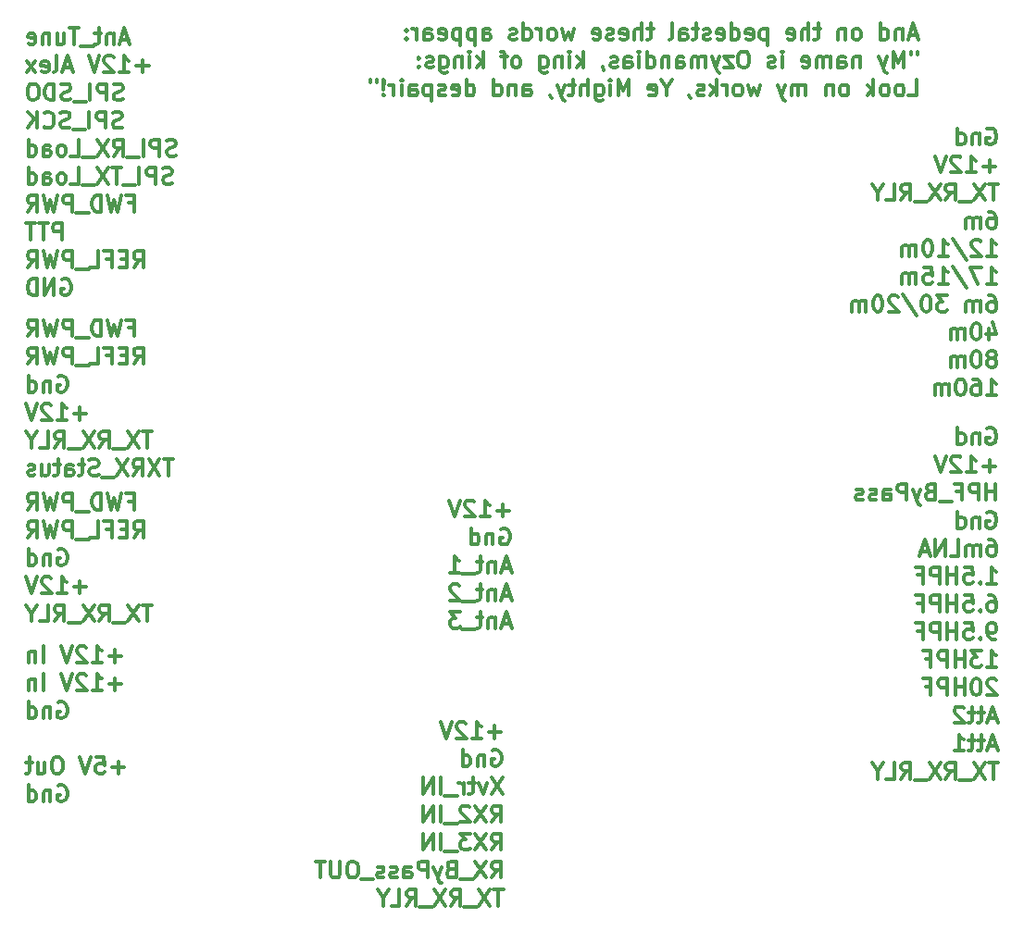
<source format=gbr>
%TF.GenerationSoftware,KiCad,Pcbnew,(5.1.5)-3*%
%TF.CreationDate,2020-09-06T12:14:08+02:00*%
%TF.ProjectId,Alexandrie,416c6578-616e-4647-9269-652e6b696361,rev?*%
%TF.SameCoordinates,Original*%
%TF.FileFunction,Legend,Bot*%
%TF.FilePolarity,Positive*%
%FSLAX46Y46*%
G04 Gerber Fmt 4.6, Leading zero omitted, Abs format (unit mm)*
G04 Created by KiCad (PCBNEW (5.1.5)-3) date 2020-09-06 12:14:08*
%MOMM*%
%LPD*%
G04 APERTURE LIST*
%ADD10C,0.300000*%
G04 APERTURE END LIST*
D10*
X175519285Y-56700000D02*
X174805000Y-56700000D01*
X175662142Y-57128571D02*
X175162142Y-55628571D01*
X174662142Y-57128571D01*
X174162142Y-56128571D02*
X174162142Y-57128571D01*
X174162142Y-56271428D02*
X174090714Y-56200000D01*
X173947857Y-56128571D01*
X173733571Y-56128571D01*
X173590714Y-56200000D01*
X173519285Y-56342857D01*
X173519285Y-57128571D01*
X172162142Y-57128571D02*
X172162142Y-55628571D01*
X172162142Y-57057142D02*
X172305000Y-57128571D01*
X172590714Y-57128571D01*
X172733571Y-57057142D01*
X172805000Y-56985714D01*
X172876428Y-56842857D01*
X172876428Y-56414285D01*
X172805000Y-56271428D01*
X172733571Y-56200000D01*
X172590714Y-56128571D01*
X172305000Y-56128571D01*
X172162142Y-56200000D01*
X170090714Y-57128571D02*
X170233571Y-57057142D01*
X170305000Y-56985714D01*
X170376428Y-56842857D01*
X170376428Y-56414285D01*
X170305000Y-56271428D01*
X170233571Y-56200000D01*
X170090714Y-56128571D01*
X169876428Y-56128571D01*
X169733571Y-56200000D01*
X169662142Y-56271428D01*
X169590714Y-56414285D01*
X169590714Y-56842857D01*
X169662142Y-56985714D01*
X169733571Y-57057142D01*
X169876428Y-57128571D01*
X170090714Y-57128571D01*
X168947857Y-56128571D02*
X168947857Y-57128571D01*
X168947857Y-56271428D02*
X168876428Y-56200000D01*
X168733571Y-56128571D01*
X168519285Y-56128571D01*
X168376428Y-56200000D01*
X168305000Y-56342857D01*
X168305000Y-57128571D01*
X166662142Y-56128571D02*
X166090714Y-56128571D01*
X166447857Y-55628571D02*
X166447857Y-56914285D01*
X166376428Y-57057142D01*
X166233571Y-57128571D01*
X166090714Y-57128571D01*
X165590714Y-57128571D02*
X165590714Y-55628571D01*
X164947857Y-57128571D02*
X164947857Y-56342857D01*
X165019285Y-56200000D01*
X165162142Y-56128571D01*
X165376428Y-56128571D01*
X165519285Y-56200000D01*
X165590714Y-56271428D01*
X163662142Y-57057142D02*
X163805000Y-57128571D01*
X164090714Y-57128571D01*
X164233571Y-57057142D01*
X164305000Y-56914285D01*
X164305000Y-56342857D01*
X164233571Y-56200000D01*
X164090714Y-56128571D01*
X163805000Y-56128571D01*
X163662142Y-56200000D01*
X163590714Y-56342857D01*
X163590714Y-56485714D01*
X164305000Y-56628571D01*
X161805000Y-56128571D02*
X161805000Y-57628571D01*
X161805000Y-56200000D02*
X161662142Y-56128571D01*
X161376428Y-56128571D01*
X161233571Y-56200000D01*
X161162142Y-56271428D01*
X161090714Y-56414285D01*
X161090714Y-56842857D01*
X161162142Y-56985714D01*
X161233571Y-57057142D01*
X161376428Y-57128571D01*
X161662142Y-57128571D01*
X161805000Y-57057142D01*
X159876428Y-57057142D02*
X160019285Y-57128571D01*
X160305000Y-57128571D01*
X160447857Y-57057142D01*
X160519285Y-56914285D01*
X160519285Y-56342857D01*
X160447857Y-56200000D01*
X160305000Y-56128571D01*
X160019285Y-56128571D01*
X159876428Y-56200000D01*
X159805000Y-56342857D01*
X159805000Y-56485714D01*
X160519285Y-56628571D01*
X158519285Y-57128571D02*
X158519285Y-55628571D01*
X158519285Y-57057142D02*
X158662142Y-57128571D01*
X158947857Y-57128571D01*
X159090714Y-57057142D01*
X159162142Y-56985714D01*
X159233571Y-56842857D01*
X159233571Y-56414285D01*
X159162142Y-56271428D01*
X159090714Y-56200000D01*
X158947857Y-56128571D01*
X158662142Y-56128571D01*
X158519285Y-56200000D01*
X157233571Y-57057142D02*
X157376428Y-57128571D01*
X157662142Y-57128571D01*
X157805000Y-57057142D01*
X157876428Y-56914285D01*
X157876428Y-56342857D01*
X157805000Y-56200000D01*
X157662142Y-56128571D01*
X157376428Y-56128571D01*
X157233571Y-56200000D01*
X157162142Y-56342857D01*
X157162142Y-56485714D01*
X157876428Y-56628571D01*
X156590714Y-57057142D02*
X156447857Y-57128571D01*
X156162142Y-57128571D01*
X156019285Y-57057142D01*
X155947857Y-56914285D01*
X155947857Y-56842857D01*
X156019285Y-56700000D01*
X156162142Y-56628571D01*
X156376428Y-56628571D01*
X156519285Y-56557142D01*
X156590714Y-56414285D01*
X156590714Y-56342857D01*
X156519285Y-56200000D01*
X156376428Y-56128571D01*
X156162142Y-56128571D01*
X156019285Y-56200000D01*
X155519285Y-56128571D02*
X154947857Y-56128571D01*
X155305000Y-55628571D02*
X155305000Y-56914285D01*
X155233571Y-57057142D01*
X155090714Y-57128571D01*
X154947857Y-57128571D01*
X153805000Y-57128571D02*
X153805000Y-56342857D01*
X153876428Y-56200000D01*
X154019285Y-56128571D01*
X154305000Y-56128571D01*
X154447857Y-56200000D01*
X153805000Y-57057142D02*
X153947857Y-57128571D01*
X154305000Y-57128571D01*
X154447857Y-57057142D01*
X154519285Y-56914285D01*
X154519285Y-56771428D01*
X154447857Y-56628571D01*
X154305000Y-56557142D01*
X153947857Y-56557142D01*
X153805000Y-56485714D01*
X152876428Y-57128571D02*
X153019285Y-57057142D01*
X153090714Y-56914285D01*
X153090714Y-55628571D01*
X151376428Y-56128571D02*
X150805000Y-56128571D01*
X151162142Y-55628571D02*
X151162142Y-56914285D01*
X151090714Y-57057142D01*
X150947857Y-57128571D01*
X150805000Y-57128571D01*
X150305000Y-57128571D02*
X150305000Y-55628571D01*
X149662142Y-57128571D02*
X149662142Y-56342857D01*
X149733571Y-56200000D01*
X149876428Y-56128571D01*
X150090714Y-56128571D01*
X150233571Y-56200000D01*
X150305000Y-56271428D01*
X148376428Y-57057142D02*
X148519285Y-57128571D01*
X148805000Y-57128571D01*
X148947857Y-57057142D01*
X149019285Y-56914285D01*
X149019285Y-56342857D01*
X148947857Y-56200000D01*
X148805000Y-56128571D01*
X148519285Y-56128571D01*
X148376428Y-56200000D01*
X148305000Y-56342857D01*
X148305000Y-56485714D01*
X149019285Y-56628571D01*
X147733571Y-57057142D02*
X147590714Y-57128571D01*
X147305000Y-57128571D01*
X147162142Y-57057142D01*
X147090714Y-56914285D01*
X147090714Y-56842857D01*
X147162142Y-56700000D01*
X147305000Y-56628571D01*
X147519285Y-56628571D01*
X147662142Y-56557142D01*
X147733571Y-56414285D01*
X147733571Y-56342857D01*
X147662142Y-56200000D01*
X147519285Y-56128571D01*
X147305000Y-56128571D01*
X147162142Y-56200000D01*
X145876428Y-57057142D02*
X146019285Y-57128571D01*
X146305000Y-57128571D01*
X146447857Y-57057142D01*
X146519285Y-56914285D01*
X146519285Y-56342857D01*
X146447857Y-56200000D01*
X146305000Y-56128571D01*
X146019285Y-56128571D01*
X145876428Y-56200000D01*
X145805000Y-56342857D01*
X145805000Y-56485714D01*
X146519285Y-56628571D01*
X144162142Y-56128571D02*
X143876428Y-57128571D01*
X143590714Y-56414285D01*
X143305000Y-57128571D01*
X143019285Y-56128571D01*
X142233571Y-57128571D02*
X142376428Y-57057142D01*
X142447857Y-56985714D01*
X142519285Y-56842857D01*
X142519285Y-56414285D01*
X142447857Y-56271428D01*
X142376428Y-56200000D01*
X142233571Y-56128571D01*
X142019285Y-56128571D01*
X141876428Y-56200000D01*
X141805000Y-56271428D01*
X141733571Y-56414285D01*
X141733571Y-56842857D01*
X141805000Y-56985714D01*
X141876428Y-57057142D01*
X142019285Y-57128571D01*
X142233571Y-57128571D01*
X141090714Y-57128571D02*
X141090714Y-56128571D01*
X141090714Y-56414285D02*
X141019285Y-56271428D01*
X140947857Y-56200000D01*
X140805000Y-56128571D01*
X140662142Y-56128571D01*
X139519285Y-57128571D02*
X139519285Y-55628571D01*
X139519285Y-57057142D02*
X139662142Y-57128571D01*
X139947857Y-57128571D01*
X140090714Y-57057142D01*
X140162142Y-56985714D01*
X140233571Y-56842857D01*
X140233571Y-56414285D01*
X140162142Y-56271428D01*
X140090714Y-56200000D01*
X139947857Y-56128571D01*
X139662142Y-56128571D01*
X139519285Y-56200000D01*
X138876428Y-57057142D02*
X138733571Y-57128571D01*
X138447857Y-57128571D01*
X138305000Y-57057142D01*
X138233571Y-56914285D01*
X138233571Y-56842857D01*
X138305000Y-56700000D01*
X138447857Y-56628571D01*
X138662142Y-56628571D01*
X138805000Y-56557142D01*
X138876428Y-56414285D01*
X138876428Y-56342857D01*
X138805000Y-56200000D01*
X138662142Y-56128571D01*
X138447857Y-56128571D01*
X138305000Y-56200000D01*
X135805000Y-57128571D02*
X135805000Y-56342857D01*
X135876428Y-56200000D01*
X136019285Y-56128571D01*
X136305000Y-56128571D01*
X136447857Y-56200000D01*
X135805000Y-57057142D02*
X135947857Y-57128571D01*
X136305000Y-57128571D01*
X136447857Y-57057142D01*
X136519285Y-56914285D01*
X136519285Y-56771428D01*
X136447857Y-56628571D01*
X136305000Y-56557142D01*
X135947857Y-56557142D01*
X135805000Y-56485714D01*
X135090714Y-56128571D02*
X135090714Y-57628571D01*
X135090714Y-56200000D02*
X134947857Y-56128571D01*
X134662142Y-56128571D01*
X134519285Y-56200000D01*
X134447857Y-56271428D01*
X134376428Y-56414285D01*
X134376428Y-56842857D01*
X134447857Y-56985714D01*
X134519285Y-57057142D01*
X134662142Y-57128571D01*
X134947857Y-57128571D01*
X135090714Y-57057142D01*
X133733571Y-56128571D02*
X133733571Y-57628571D01*
X133733571Y-56200000D02*
X133590714Y-56128571D01*
X133305000Y-56128571D01*
X133162142Y-56200000D01*
X133090714Y-56271428D01*
X133019285Y-56414285D01*
X133019285Y-56842857D01*
X133090714Y-56985714D01*
X133162142Y-57057142D01*
X133305000Y-57128571D01*
X133590714Y-57128571D01*
X133733571Y-57057142D01*
X131805000Y-57057142D02*
X131947857Y-57128571D01*
X132233571Y-57128571D01*
X132376428Y-57057142D01*
X132447857Y-56914285D01*
X132447857Y-56342857D01*
X132376428Y-56200000D01*
X132233571Y-56128571D01*
X131947857Y-56128571D01*
X131805000Y-56200000D01*
X131733571Y-56342857D01*
X131733571Y-56485714D01*
X132447857Y-56628571D01*
X130447857Y-57128571D02*
X130447857Y-56342857D01*
X130519285Y-56200000D01*
X130662142Y-56128571D01*
X130947857Y-56128571D01*
X131090714Y-56200000D01*
X130447857Y-57057142D02*
X130590714Y-57128571D01*
X130947857Y-57128571D01*
X131090714Y-57057142D01*
X131162142Y-56914285D01*
X131162142Y-56771428D01*
X131090714Y-56628571D01*
X130947857Y-56557142D01*
X130590714Y-56557142D01*
X130447857Y-56485714D01*
X129733571Y-57128571D02*
X129733571Y-56128571D01*
X129733571Y-56414285D02*
X129662142Y-56271428D01*
X129590714Y-56200000D01*
X129447857Y-56128571D01*
X129305000Y-56128571D01*
X128805000Y-56985714D02*
X128733571Y-57057142D01*
X128805000Y-57128571D01*
X128876428Y-57057142D01*
X128805000Y-56985714D01*
X128805000Y-57128571D01*
X128805000Y-56200000D02*
X128733571Y-56271428D01*
X128805000Y-56342857D01*
X128876428Y-56271428D01*
X128805000Y-56200000D01*
X128805000Y-56342857D01*
X175519285Y-58178571D02*
X175519285Y-58464285D01*
X174947857Y-58178571D02*
X174947857Y-58464285D01*
X174305000Y-59678571D02*
X174305000Y-58178571D01*
X173805000Y-59250000D01*
X173305000Y-58178571D01*
X173305000Y-59678571D01*
X172733571Y-58678571D02*
X172376428Y-59678571D01*
X172019285Y-58678571D02*
X172376428Y-59678571D01*
X172519285Y-60035714D01*
X172590714Y-60107142D01*
X172733571Y-60178571D01*
X170305000Y-58678571D02*
X170305000Y-59678571D01*
X170305000Y-58821428D02*
X170233571Y-58750000D01*
X170090714Y-58678571D01*
X169876428Y-58678571D01*
X169733571Y-58750000D01*
X169662142Y-58892857D01*
X169662142Y-59678571D01*
X168305000Y-59678571D02*
X168305000Y-58892857D01*
X168376428Y-58750000D01*
X168519285Y-58678571D01*
X168805000Y-58678571D01*
X168947857Y-58750000D01*
X168305000Y-59607142D02*
X168447857Y-59678571D01*
X168805000Y-59678571D01*
X168947857Y-59607142D01*
X169019285Y-59464285D01*
X169019285Y-59321428D01*
X168947857Y-59178571D01*
X168805000Y-59107142D01*
X168447857Y-59107142D01*
X168305000Y-59035714D01*
X167590714Y-59678571D02*
X167590714Y-58678571D01*
X167590714Y-58821428D02*
X167519285Y-58750000D01*
X167376428Y-58678571D01*
X167162142Y-58678571D01*
X167019285Y-58750000D01*
X166947857Y-58892857D01*
X166947857Y-59678571D01*
X166947857Y-58892857D02*
X166876428Y-58750000D01*
X166733571Y-58678571D01*
X166519285Y-58678571D01*
X166376428Y-58750000D01*
X166305000Y-58892857D01*
X166305000Y-59678571D01*
X165019285Y-59607142D02*
X165162142Y-59678571D01*
X165447857Y-59678571D01*
X165590714Y-59607142D01*
X165662142Y-59464285D01*
X165662142Y-58892857D01*
X165590714Y-58750000D01*
X165447857Y-58678571D01*
X165162142Y-58678571D01*
X165019285Y-58750000D01*
X164947857Y-58892857D01*
X164947857Y-59035714D01*
X165662142Y-59178571D01*
X163162142Y-59678571D02*
X163162142Y-58678571D01*
X163162142Y-58178571D02*
X163233571Y-58250000D01*
X163162142Y-58321428D01*
X163090714Y-58250000D01*
X163162142Y-58178571D01*
X163162142Y-58321428D01*
X162519285Y-59607142D02*
X162376428Y-59678571D01*
X162090714Y-59678571D01*
X161947857Y-59607142D01*
X161876428Y-59464285D01*
X161876428Y-59392857D01*
X161947857Y-59250000D01*
X162090714Y-59178571D01*
X162305000Y-59178571D01*
X162447857Y-59107142D01*
X162519285Y-58964285D01*
X162519285Y-58892857D01*
X162447857Y-58750000D01*
X162305000Y-58678571D01*
X162090714Y-58678571D01*
X161947857Y-58750000D01*
X159805000Y-58178571D02*
X159519285Y-58178571D01*
X159376428Y-58250000D01*
X159233571Y-58392857D01*
X159162142Y-58678571D01*
X159162142Y-59178571D01*
X159233571Y-59464285D01*
X159376428Y-59607142D01*
X159519285Y-59678571D01*
X159805000Y-59678571D01*
X159947857Y-59607142D01*
X160090714Y-59464285D01*
X160162142Y-59178571D01*
X160162142Y-58678571D01*
X160090714Y-58392857D01*
X159947857Y-58250000D01*
X159805000Y-58178571D01*
X158662142Y-58678571D02*
X157876428Y-58678571D01*
X158662142Y-59678571D01*
X157876428Y-59678571D01*
X157447857Y-58678571D02*
X157090714Y-59678571D01*
X156733571Y-58678571D02*
X157090714Y-59678571D01*
X157233571Y-60035714D01*
X157305000Y-60107142D01*
X157447857Y-60178571D01*
X156162142Y-59678571D02*
X156162142Y-58678571D01*
X156162142Y-58821428D02*
X156090714Y-58750000D01*
X155947857Y-58678571D01*
X155733571Y-58678571D01*
X155590714Y-58750000D01*
X155519285Y-58892857D01*
X155519285Y-59678571D01*
X155519285Y-58892857D02*
X155447857Y-58750000D01*
X155305000Y-58678571D01*
X155090714Y-58678571D01*
X154947857Y-58750000D01*
X154876428Y-58892857D01*
X154876428Y-59678571D01*
X153519285Y-59678571D02*
X153519285Y-58892857D01*
X153590714Y-58750000D01*
X153733571Y-58678571D01*
X154019285Y-58678571D01*
X154162142Y-58750000D01*
X153519285Y-59607142D02*
X153662142Y-59678571D01*
X154019285Y-59678571D01*
X154162142Y-59607142D01*
X154233571Y-59464285D01*
X154233571Y-59321428D01*
X154162142Y-59178571D01*
X154019285Y-59107142D01*
X153662142Y-59107142D01*
X153519285Y-59035714D01*
X152805000Y-58678571D02*
X152805000Y-59678571D01*
X152805000Y-58821428D02*
X152733571Y-58750000D01*
X152590714Y-58678571D01*
X152376428Y-58678571D01*
X152233571Y-58750000D01*
X152162142Y-58892857D01*
X152162142Y-59678571D01*
X150805000Y-59678571D02*
X150805000Y-58178571D01*
X150805000Y-59607142D02*
X150947857Y-59678571D01*
X151233571Y-59678571D01*
X151376428Y-59607142D01*
X151447857Y-59535714D01*
X151519285Y-59392857D01*
X151519285Y-58964285D01*
X151447857Y-58821428D01*
X151376428Y-58750000D01*
X151233571Y-58678571D01*
X150947857Y-58678571D01*
X150805000Y-58750000D01*
X150090714Y-59678571D02*
X150090714Y-58678571D01*
X150090714Y-58178571D02*
X150162142Y-58250000D01*
X150090714Y-58321428D01*
X150019285Y-58250000D01*
X150090714Y-58178571D01*
X150090714Y-58321428D01*
X148733571Y-59678571D02*
X148733571Y-58892857D01*
X148805000Y-58750000D01*
X148947857Y-58678571D01*
X149233571Y-58678571D01*
X149376428Y-58750000D01*
X148733571Y-59607142D02*
X148876428Y-59678571D01*
X149233571Y-59678571D01*
X149376428Y-59607142D01*
X149447857Y-59464285D01*
X149447857Y-59321428D01*
X149376428Y-59178571D01*
X149233571Y-59107142D01*
X148876428Y-59107142D01*
X148733571Y-59035714D01*
X148090714Y-59607142D02*
X147947857Y-59678571D01*
X147662142Y-59678571D01*
X147519285Y-59607142D01*
X147447857Y-59464285D01*
X147447857Y-59392857D01*
X147519285Y-59250000D01*
X147662142Y-59178571D01*
X147876428Y-59178571D01*
X148019285Y-59107142D01*
X148090714Y-58964285D01*
X148090714Y-58892857D01*
X148019285Y-58750000D01*
X147876428Y-58678571D01*
X147662142Y-58678571D01*
X147519285Y-58750000D01*
X146733571Y-59607142D02*
X146733571Y-59678571D01*
X146805000Y-59821428D01*
X146876428Y-59892857D01*
X144947857Y-59678571D02*
X144947857Y-58178571D01*
X144805000Y-59107142D02*
X144376428Y-59678571D01*
X144376428Y-58678571D02*
X144947857Y-59250000D01*
X143733571Y-59678571D02*
X143733571Y-58678571D01*
X143733571Y-58178571D02*
X143805000Y-58250000D01*
X143733571Y-58321428D01*
X143662142Y-58250000D01*
X143733571Y-58178571D01*
X143733571Y-58321428D01*
X143019285Y-58678571D02*
X143019285Y-59678571D01*
X143019285Y-58821428D02*
X142947857Y-58750000D01*
X142805000Y-58678571D01*
X142590714Y-58678571D01*
X142447857Y-58750000D01*
X142376428Y-58892857D01*
X142376428Y-59678571D01*
X141019285Y-58678571D02*
X141019285Y-59892857D01*
X141090714Y-60035714D01*
X141162142Y-60107142D01*
X141305000Y-60178571D01*
X141519285Y-60178571D01*
X141662142Y-60107142D01*
X141019285Y-59607142D02*
X141162142Y-59678571D01*
X141447857Y-59678571D01*
X141590714Y-59607142D01*
X141662142Y-59535714D01*
X141733571Y-59392857D01*
X141733571Y-58964285D01*
X141662142Y-58821428D01*
X141590714Y-58750000D01*
X141447857Y-58678571D01*
X141162142Y-58678571D01*
X141019285Y-58750000D01*
X138947857Y-59678571D02*
X139090714Y-59607142D01*
X139162142Y-59535714D01*
X139233571Y-59392857D01*
X139233571Y-58964285D01*
X139162142Y-58821428D01*
X139090714Y-58750000D01*
X138947857Y-58678571D01*
X138733571Y-58678571D01*
X138590714Y-58750000D01*
X138519285Y-58821428D01*
X138447857Y-58964285D01*
X138447857Y-59392857D01*
X138519285Y-59535714D01*
X138590714Y-59607142D01*
X138733571Y-59678571D01*
X138947857Y-59678571D01*
X138019285Y-58678571D02*
X137447857Y-58678571D01*
X137805000Y-59678571D02*
X137805000Y-58392857D01*
X137733571Y-58250000D01*
X137590714Y-58178571D01*
X137447857Y-58178571D01*
X135805000Y-59678571D02*
X135805000Y-58178571D01*
X135662142Y-59107142D02*
X135233571Y-59678571D01*
X135233571Y-58678571D02*
X135805000Y-59250000D01*
X134590714Y-59678571D02*
X134590714Y-58678571D01*
X134590714Y-58178571D02*
X134662142Y-58250000D01*
X134590714Y-58321428D01*
X134519285Y-58250000D01*
X134590714Y-58178571D01*
X134590714Y-58321428D01*
X133876428Y-58678571D02*
X133876428Y-59678571D01*
X133876428Y-58821428D02*
X133805000Y-58750000D01*
X133662142Y-58678571D01*
X133447857Y-58678571D01*
X133305000Y-58750000D01*
X133233571Y-58892857D01*
X133233571Y-59678571D01*
X131876428Y-58678571D02*
X131876428Y-59892857D01*
X131947857Y-60035714D01*
X132019285Y-60107142D01*
X132162142Y-60178571D01*
X132376428Y-60178571D01*
X132519285Y-60107142D01*
X131876428Y-59607142D02*
X132019285Y-59678571D01*
X132305000Y-59678571D01*
X132447857Y-59607142D01*
X132519285Y-59535714D01*
X132590714Y-59392857D01*
X132590714Y-58964285D01*
X132519285Y-58821428D01*
X132447857Y-58750000D01*
X132305000Y-58678571D01*
X132019285Y-58678571D01*
X131876428Y-58750000D01*
X131233571Y-59607142D02*
X131090714Y-59678571D01*
X130805000Y-59678571D01*
X130662142Y-59607142D01*
X130590714Y-59464285D01*
X130590714Y-59392857D01*
X130662142Y-59250000D01*
X130805000Y-59178571D01*
X131019285Y-59178571D01*
X131162142Y-59107142D01*
X131233571Y-58964285D01*
X131233571Y-58892857D01*
X131162142Y-58750000D01*
X131019285Y-58678571D01*
X130805000Y-58678571D01*
X130662142Y-58750000D01*
X129947857Y-59535714D02*
X129876428Y-59607142D01*
X129947857Y-59678571D01*
X130019285Y-59607142D01*
X129947857Y-59535714D01*
X129947857Y-59678571D01*
X129947857Y-58750000D02*
X129876428Y-58821428D01*
X129947857Y-58892857D01*
X130019285Y-58821428D01*
X129947857Y-58750000D01*
X129947857Y-58892857D01*
X174733571Y-62228571D02*
X175447857Y-62228571D01*
X175447857Y-60728571D01*
X174019285Y-62228571D02*
X174162142Y-62157142D01*
X174233571Y-62085714D01*
X174305000Y-61942857D01*
X174305000Y-61514285D01*
X174233571Y-61371428D01*
X174162142Y-61300000D01*
X174019285Y-61228571D01*
X173805000Y-61228571D01*
X173662142Y-61300000D01*
X173590714Y-61371428D01*
X173519285Y-61514285D01*
X173519285Y-61942857D01*
X173590714Y-62085714D01*
X173662142Y-62157142D01*
X173805000Y-62228571D01*
X174019285Y-62228571D01*
X172662142Y-62228571D02*
X172805000Y-62157142D01*
X172876428Y-62085714D01*
X172947857Y-61942857D01*
X172947857Y-61514285D01*
X172876428Y-61371428D01*
X172805000Y-61300000D01*
X172662142Y-61228571D01*
X172447857Y-61228571D01*
X172305000Y-61300000D01*
X172233571Y-61371428D01*
X172162142Y-61514285D01*
X172162142Y-61942857D01*
X172233571Y-62085714D01*
X172305000Y-62157142D01*
X172447857Y-62228571D01*
X172662142Y-62228571D01*
X171519285Y-62228571D02*
X171519285Y-60728571D01*
X171376428Y-61657142D02*
X170947857Y-62228571D01*
X170947857Y-61228571D02*
X171519285Y-61800000D01*
X168947857Y-62228571D02*
X169090714Y-62157142D01*
X169162142Y-62085714D01*
X169233571Y-61942857D01*
X169233571Y-61514285D01*
X169162142Y-61371428D01*
X169090714Y-61300000D01*
X168947857Y-61228571D01*
X168733571Y-61228571D01*
X168590714Y-61300000D01*
X168519285Y-61371428D01*
X168447857Y-61514285D01*
X168447857Y-61942857D01*
X168519285Y-62085714D01*
X168590714Y-62157142D01*
X168733571Y-62228571D01*
X168947857Y-62228571D01*
X167805000Y-61228571D02*
X167805000Y-62228571D01*
X167805000Y-61371428D02*
X167733571Y-61300000D01*
X167590714Y-61228571D01*
X167376428Y-61228571D01*
X167233571Y-61300000D01*
X167162142Y-61442857D01*
X167162142Y-62228571D01*
X165305000Y-62228571D02*
X165305000Y-61228571D01*
X165305000Y-61371428D02*
X165233571Y-61300000D01*
X165090714Y-61228571D01*
X164876428Y-61228571D01*
X164733571Y-61300000D01*
X164662142Y-61442857D01*
X164662142Y-62228571D01*
X164662142Y-61442857D02*
X164590714Y-61300000D01*
X164447857Y-61228571D01*
X164233571Y-61228571D01*
X164090714Y-61300000D01*
X164019285Y-61442857D01*
X164019285Y-62228571D01*
X163447857Y-61228571D02*
X163090714Y-62228571D01*
X162733571Y-61228571D02*
X163090714Y-62228571D01*
X163233571Y-62585714D01*
X163305000Y-62657142D01*
X163447857Y-62728571D01*
X161162142Y-61228571D02*
X160876428Y-62228571D01*
X160590714Y-61514285D01*
X160305000Y-62228571D01*
X160019285Y-61228571D01*
X159233571Y-62228571D02*
X159376428Y-62157142D01*
X159447857Y-62085714D01*
X159519285Y-61942857D01*
X159519285Y-61514285D01*
X159447857Y-61371428D01*
X159376428Y-61300000D01*
X159233571Y-61228571D01*
X159019285Y-61228571D01*
X158876428Y-61300000D01*
X158805000Y-61371428D01*
X158733571Y-61514285D01*
X158733571Y-61942857D01*
X158805000Y-62085714D01*
X158876428Y-62157142D01*
X159019285Y-62228571D01*
X159233571Y-62228571D01*
X158090714Y-62228571D02*
X158090714Y-61228571D01*
X158090714Y-61514285D02*
X158019285Y-61371428D01*
X157947857Y-61300000D01*
X157805000Y-61228571D01*
X157662142Y-61228571D01*
X157162142Y-62228571D02*
X157162142Y-60728571D01*
X157019285Y-61657142D02*
X156590714Y-62228571D01*
X156590714Y-61228571D02*
X157162142Y-61800000D01*
X156019285Y-62157142D02*
X155876428Y-62228571D01*
X155590714Y-62228571D01*
X155447857Y-62157142D01*
X155376428Y-62014285D01*
X155376428Y-61942857D01*
X155447857Y-61800000D01*
X155590714Y-61728571D01*
X155805000Y-61728571D01*
X155947857Y-61657142D01*
X156019285Y-61514285D01*
X156019285Y-61442857D01*
X155947857Y-61300000D01*
X155805000Y-61228571D01*
X155590714Y-61228571D01*
X155447857Y-61300000D01*
X154662142Y-62157142D02*
X154662142Y-62228571D01*
X154733571Y-62371428D01*
X154805000Y-62442857D01*
X152590714Y-61514285D02*
X152590714Y-62228571D01*
X153090714Y-60728571D02*
X152590714Y-61514285D01*
X152090714Y-60728571D01*
X151019285Y-62157142D02*
X151162142Y-62228571D01*
X151447857Y-62228571D01*
X151590714Y-62157142D01*
X151662142Y-62014285D01*
X151662142Y-61442857D01*
X151590714Y-61300000D01*
X151447857Y-61228571D01*
X151162142Y-61228571D01*
X151019285Y-61300000D01*
X150947857Y-61442857D01*
X150947857Y-61585714D01*
X151662142Y-61728571D01*
X149162142Y-62228571D02*
X149162142Y-60728571D01*
X148662142Y-61800000D01*
X148162142Y-60728571D01*
X148162142Y-62228571D01*
X147447857Y-62228571D02*
X147447857Y-61228571D01*
X147447857Y-60728571D02*
X147519285Y-60800000D01*
X147447857Y-60871428D01*
X147376428Y-60800000D01*
X147447857Y-60728571D01*
X147447857Y-60871428D01*
X146090714Y-61228571D02*
X146090714Y-62442857D01*
X146162142Y-62585714D01*
X146233571Y-62657142D01*
X146376428Y-62728571D01*
X146590714Y-62728571D01*
X146733571Y-62657142D01*
X146090714Y-62157142D02*
X146233571Y-62228571D01*
X146519285Y-62228571D01*
X146662142Y-62157142D01*
X146733571Y-62085714D01*
X146805000Y-61942857D01*
X146805000Y-61514285D01*
X146733571Y-61371428D01*
X146662142Y-61300000D01*
X146519285Y-61228571D01*
X146233571Y-61228571D01*
X146090714Y-61300000D01*
X145376428Y-62228571D02*
X145376428Y-60728571D01*
X144733571Y-62228571D02*
X144733571Y-61442857D01*
X144805000Y-61300000D01*
X144947857Y-61228571D01*
X145162142Y-61228571D01*
X145305000Y-61300000D01*
X145376428Y-61371428D01*
X144233571Y-61228571D02*
X143662142Y-61228571D01*
X144019285Y-60728571D02*
X144019285Y-62014285D01*
X143947857Y-62157142D01*
X143805000Y-62228571D01*
X143662142Y-62228571D01*
X143305000Y-61228571D02*
X142947857Y-62228571D01*
X142590714Y-61228571D02*
X142947857Y-62228571D01*
X143090714Y-62585714D01*
X143162142Y-62657142D01*
X143305000Y-62728571D01*
X141947857Y-62157142D02*
X141947857Y-62228571D01*
X142019285Y-62371428D01*
X142090714Y-62442857D01*
X139519285Y-62228571D02*
X139519285Y-61442857D01*
X139590714Y-61300000D01*
X139733571Y-61228571D01*
X140019285Y-61228571D01*
X140162142Y-61300000D01*
X139519285Y-62157142D02*
X139662142Y-62228571D01*
X140019285Y-62228571D01*
X140162142Y-62157142D01*
X140233571Y-62014285D01*
X140233571Y-61871428D01*
X140162142Y-61728571D01*
X140019285Y-61657142D01*
X139662142Y-61657142D01*
X139519285Y-61585714D01*
X138805000Y-61228571D02*
X138805000Y-62228571D01*
X138805000Y-61371428D02*
X138733571Y-61300000D01*
X138590714Y-61228571D01*
X138376428Y-61228571D01*
X138233571Y-61300000D01*
X138162142Y-61442857D01*
X138162142Y-62228571D01*
X136805000Y-62228571D02*
X136805000Y-60728571D01*
X136805000Y-62157142D02*
X136947857Y-62228571D01*
X137233571Y-62228571D01*
X137376428Y-62157142D01*
X137447857Y-62085714D01*
X137519285Y-61942857D01*
X137519285Y-61514285D01*
X137447857Y-61371428D01*
X137376428Y-61300000D01*
X137233571Y-61228571D01*
X136947857Y-61228571D01*
X136805000Y-61300000D01*
X134305000Y-62228571D02*
X134305000Y-60728571D01*
X134305000Y-62157142D02*
X134447857Y-62228571D01*
X134733571Y-62228571D01*
X134876428Y-62157142D01*
X134947857Y-62085714D01*
X135019285Y-61942857D01*
X135019285Y-61514285D01*
X134947857Y-61371428D01*
X134876428Y-61300000D01*
X134733571Y-61228571D01*
X134447857Y-61228571D01*
X134305000Y-61300000D01*
X133019285Y-62157142D02*
X133162142Y-62228571D01*
X133447857Y-62228571D01*
X133590714Y-62157142D01*
X133662142Y-62014285D01*
X133662142Y-61442857D01*
X133590714Y-61300000D01*
X133447857Y-61228571D01*
X133162142Y-61228571D01*
X133019285Y-61300000D01*
X132947857Y-61442857D01*
X132947857Y-61585714D01*
X133662142Y-61728571D01*
X132376428Y-62157142D02*
X132233571Y-62228571D01*
X131947857Y-62228571D01*
X131805000Y-62157142D01*
X131733571Y-62014285D01*
X131733571Y-61942857D01*
X131805000Y-61800000D01*
X131947857Y-61728571D01*
X132162142Y-61728571D01*
X132305000Y-61657142D01*
X132376428Y-61514285D01*
X132376428Y-61442857D01*
X132305000Y-61300000D01*
X132162142Y-61228571D01*
X131947857Y-61228571D01*
X131805000Y-61300000D01*
X131090714Y-61228571D02*
X131090714Y-62728571D01*
X131090714Y-61300000D02*
X130947857Y-61228571D01*
X130662142Y-61228571D01*
X130519285Y-61300000D01*
X130447857Y-61371428D01*
X130376428Y-61514285D01*
X130376428Y-61942857D01*
X130447857Y-62085714D01*
X130519285Y-62157142D01*
X130662142Y-62228571D01*
X130947857Y-62228571D01*
X131090714Y-62157142D01*
X129090714Y-62228571D02*
X129090714Y-61442857D01*
X129162142Y-61300000D01*
X129305000Y-61228571D01*
X129590714Y-61228571D01*
X129733571Y-61300000D01*
X129090714Y-62157142D02*
X129233571Y-62228571D01*
X129590714Y-62228571D01*
X129733571Y-62157142D01*
X129805000Y-62014285D01*
X129805000Y-61871428D01*
X129733571Y-61728571D01*
X129590714Y-61657142D01*
X129233571Y-61657142D01*
X129090714Y-61585714D01*
X128376428Y-62228571D02*
X128376428Y-61228571D01*
X128376428Y-60728571D02*
X128447857Y-60800000D01*
X128376428Y-60871428D01*
X128305000Y-60800000D01*
X128376428Y-60728571D01*
X128376428Y-60871428D01*
X127662142Y-62228571D02*
X127662142Y-61228571D01*
X127662142Y-61514285D02*
X127590714Y-61371428D01*
X127519285Y-61300000D01*
X127376428Y-61228571D01*
X127233571Y-61228571D01*
X126733571Y-62085714D02*
X126662142Y-62157142D01*
X126733571Y-62228571D01*
X126805000Y-62157142D01*
X126733571Y-62085714D01*
X126733571Y-62228571D01*
X126733571Y-61657142D02*
X126805000Y-60800000D01*
X126733571Y-60728571D01*
X126662142Y-60800000D01*
X126733571Y-61657142D01*
X126733571Y-60728571D01*
X126090714Y-60728571D02*
X126090714Y-61014285D01*
X125519285Y-60728571D02*
X125519285Y-61014285D01*
X103380000Y-57115000D02*
X102665714Y-57115000D01*
X103522857Y-57543571D02*
X103022857Y-56043571D01*
X102522857Y-57543571D01*
X102022857Y-56543571D02*
X102022857Y-57543571D01*
X102022857Y-56686428D02*
X101951428Y-56615000D01*
X101808571Y-56543571D01*
X101594285Y-56543571D01*
X101451428Y-56615000D01*
X101380000Y-56757857D01*
X101380000Y-57543571D01*
X100880000Y-56543571D02*
X100308571Y-56543571D01*
X100665714Y-56043571D02*
X100665714Y-57329285D01*
X100594285Y-57472142D01*
X100451428Y-57543571D01*
X100308571Y-57543571D01*
X100165714Y-57686428D02*
X99022857Y-57686428D01*
X98880000Y-56043571D02*
X98022857Y-56043571D01*
X98451428Y-57543571D02*
X98451428Y-56043571D01*
X96880000Y-56543571D02*
X96880000Y-57543571D01*
X97522857Y-56543571D02*
X97522857Y-57329285D01*
X97451428Y-57472142D01*
X97308571Y-57543571D01*
X97094285Y-57543571D01*
X96951428Y-57472142D01*
X96880000Y-57400714D01*
X96165714Y-56543571D02*
X96165714Y-57543571D01*
X96165714Y-56686428D02*
X96094285Y-56615000D01*
X95951428Y-56543571D01*
X95737142Y-56543571D01*
X95594285Y-56615000D01*
X95522857Y-56757857D01*
X95522857Y-57543571D01*
X94237142Y-57472142D02*
X94380000Y-57543571D01*
X94665714Y-57543571D01*
X94808571Y-57472142D01*
X94880000Y-57329285D01*
X94880000Y-56757857D01*
X94808571Y-56615000D01*
X94665714Y-56543571D01*
X94380000Y-56543571D01*
X94237142Y-56615000D01*
X94165714Y-56757857D01*
X94165714Y-56900714D01*
X94880000Y-57043571D01*
X105237142Y-59522142D02*
X104094285Y-59522142D01*
X104665714Y-60093571D02*
X104665714Y-58950714D01*
X102594285Y-60093571D02*
X103451428Y-60093571D01*
X103022857Y-60093571D02*
X103022857Y-58593571D01*
X103165714Y-58807857D01*
X103308571Y-58950714D01*
X103451428Y-59022142D01*
X102022857Y-58736428D02*
X101951428Y-58665000D01*
X101808571Y-58593571D01*
X101451428Y-58593571D01*
X101308571Y-58665000D01*
X101237142Y-58736428D01*
X101165714Y-58879285D01*
X101165714Y-59022142D01*
X101237142Y-59236428D01*
X102094285Y-60093571D01*
X101165714Y-60093571D01*
X100737142Y-58593571D02*
X100237142Y-60093571D01*
X99737142Y-58593571D01*
X98165714Y-59665000D02*
X97451428Y-59665000D01*
X98308571Y-60093571D02*
X97808571Y-58593571D01*
X97308571Y-60093571D01*
X96594285Y-60093571D02*
X96737142Y-60022142D01*
X96808571Y-59879285D01*
X96808571Y-58593571D01*
X95451428Y-60022142D02*
X95594285Y-60093571D01*
X95880000Y-60093571D01*
X96022857Y-60022142D01*
X96094285Y-59879285D01*
X96094285Y-59307857D01*
X96022857Y-59165000D01*
X95880000Y-59093571D01*
X95594285Y-59093571D01*
X95451428Y-59165000D01*
X95380000Y-59307857D01*
X95380000Y-59450714D01*
X96094285Y-59593571D01*
X94880000Y-60093571D02*
X94094285Y-59093571D01*
X94880000Y-59093571D02*
X94094285Y-60093571D01*
X102880000Y-62572142D02*
X102665714Y-62643571D01*
X102308571Y-62643571D01*
X102165714Y-62572142D01*
X102094285Y-62500714D01*
X102022857Y-62357857D01*
X102022857Y-62215000D01*
X102094285Y-62072142D01*
X102165714Y-62000714D01*
X102308571Y-61929285D01*
X102594285Y-61857857D01*
X102737142Y-61786428D01*
X102808571Y-61715000D01*
X102880000Y-61572142D01*
X102880000Y-61429285D01*
X102808571Y-61286428D01*
X102737142Y-61215000D01*
X102594285Y-61143571D01*
X102237142Y-61143571D01*
X102022857Y-61215000D01*
X101380000Y-62643571D02*
X101380000Y-61143571D01*
X100808571Y-61143571D01*
X100665714Y-61215000D01*
X100594285Y-61286428D01*
X100522857Y-61429285D01*
X100522857Y-61643571D01*
X100594285Y-61786428D01*
X100665714Y-61857857D01*
X100808571Y-61929285D01*
X101380000Y-61929285D01*
X99880000Y-62643571D02*
X99880000Y-61143571D01*
X99522857Y-62786428D02*
X98380000Y-62786428D01*
X98094285Y-62572142D02*
X97880000Y-62643571D01*
X97522857Y-62643571D01*
X97380000Y-62572142D01*
X97308571Y-62500714D01*
X97237142Y-62357857D01*
X97237142Y-62215000D01*
X97308571Y-62072142D01*
X97380000Y-62000714D01*
X97522857Y-61929285D01*
X97808571Y-61857857D01*
X97951428Y-61786428D01*
X98022857Y-61715000D01*
X98094285Y-61572142D01*
X98094285Y-61429285D01*
X98022857Y-61286428D01*
X97951428Y-61215000D01*
X97808571Y-61143571D01*
X97451428Y-61143571D01*
X97237142Y-61215000D01*
X96594285Y-62643571D02*
X96594285Y-61143571D01*
X96237142Y-61143571D01*
X96022857Y-61215000D01*
X95880000Y-61357857D01*
X95808571Y-61500714D01*
X95737142Y-61786428D01*
X95737142Y-62000714D01*
X95808571Y-62286428D01*
X95880000Y-62429285D01*
X96022857Y-62572142D01*
X96237142Y-62643571D01*
X96594285Y-62643571D01*
X94808571Y-61143571D02*
X94522857Y-61143571D01*
X94380000Y-61215000D01*
X94237142Y-61357857D01*
X94165714Y-61643571D01*
X94165714Y-62143571D01*
X94237142Y-62429285D01*
X94380000Y-62572142D01*
X94522857Y-62643571D01*
X94808571Y-62643571D01*
X94951428Y-62572142D01*
X95094285Y-62429285D01*
X95165714Y-62143571D01*
X95165714Y-61643571D01*
X95094285Y-61357857D01*
X94951428Y-61215000D01*
X94808571Y-61143571D01*
X102808571Y-65122142D02*
X102594285Y-65193571D01*
X102237142Y-65193571D01*
X102094285Y-65122142D01*
X102022857Y-65050714D01*
X101951428Y-64907857D01*
X101951428Y-64765000D01*
X102022857Y-64622142D01*
X102094285Y-64550714D01*
X102237142Y-64479285D01*
X102522857Y-64407857D01*
X102665714Y-64336428D01*
X102737142Y-64265000D01*
X102808571Y-64122142D01*
X102808571Y-63979285D01*
X102737142Y-63836428D01*
X102665714Y-63765000D01*
X102522857Y-63693571D01*
X102165714Y-63693571D01*
X101951428Y-63765000D01*
X101308571Y-65193571D02*
X101308571Y-63693571D01*
X100737142Y-63693571D01*
X100594285Y-63765000D01*
X100522857Y-63836428D01*
X100451428Y-63979285D01*
X100451428Y-64193571D01*
X100522857Y-64336428D01*
X100594285Y-64407857D01*
X100737142Y-64479285D01*
X101308571Y-64479285D01*
X99808571Y-65193571D02*
X99808571Y-63693571D01*
X99451428Y-65336428D02*
X98308571Y-65336428D01*
X98022857Y-65122142D02*
X97808571Y-65193571D01*
X97451428Y-65193571D01*
X97308571Y-65122142D01*
X97237142Y-65050714D01*
X97165714Y-64907857D01*
X97165714Y-64765000D01*
X97237142Y-64622142D01*
X97308571Y-64550714D01*
X97451428Y-64479285D01*
X97737142Y-64407857D01*
X97880000Y-64336428D01*
X97951428Y-64265000D01*
X98022857Y-64122142D01*
X98022857Y-63979285D01*
X97951428Y-63836428D01*
X97880000Y-63765000D01*
X97737142Y-63693571D01*
X97380000Y-63693571D01*
X97165714Y-63765000D01*
X95665714Y-65050714D02*
X95737142Y-65122142D01*
X95951428Y-65193571D01*
X96094285Y-65193571D01*
X96308571Y-65122142D01*
X96451428Y-64979285D01*
X96522857Y-64836428D01*
X96594285Y-64550714D01*
X96594285Y-64336428D01*
X96522857Y-64050714D01*
X96451428Y-63907857D01*
X96308571Y-63765000D01*
X96094285Y-63693571D01*
X95951428Y-63693571D01*
X95737142Y-63765000D01*
X95665714Y-63836428D01*
X95022857Y-65193571D02*
X95022857Y-63693571D01*
X94165714Y-65193571D02*
X94808571Y-64336428D01*
X94165714Y-63693571D02*
X95022857Y-64550714D01*
X107737142Y-67672142D02*
X107522857Y-67743571D01*
X107165714Y-67743571D01*
X107022857Y-67672142D01*
X106951428Y-67600714D01*
X106880000Y-67457857D01*
X106880000Y-67315000D01*
X106951428Y-67172142D01*
X107022857Y-67100714D01*
X107165714Y-67029285D01*
X107451428Y-66957857D01*
X107594285Y-66886428D01*
X107665714Y-66815000D01*
X107737142Y-66672142D01*
X107737142Y-66529285D01*
X107665714Y-66386428D01*
X107594285Y-66315000D01*
X107451428Y-66243571D01*
X107094285Y-66243571D01*
X106880000Y-66315000D01*
X106237142Y-67743571D02*
X106237142Y-66243571D01*
X105665714Y-66243571D01*
X105522857Y-66315000D01*
X105451428Y-66386428D01*
X105380000Y-66529285D01*
X105380000Y-66743571D01*
X105451428Y-66886428D01*
X105522857Y-66957857D01*
X105665714Y-67029285D01*
X106237142Y-67029285D01*
X104737142Y-67743571D02*
X104737142Y-66243571D01*
X104380000Y-67886428D02*
X103237142Y-67886428D01*
X102022857Y-67743571D02*
X102522857Y-67029285D01*
X102880000Y-67743571D02*
X102880000Y-66243571D01*
X102308571Y-66243571D01*
X102165714Y-66315000D01*
X102094285Y-66386428D01*
X102022857Y-66529285D01*
X102022857Y-66743571D01*
X102094285Y-66886428D01*
X102165714Y-66957857D01*
X102308571Y-67029285D01*
X102880000Y-67029285D01*
X101522857Y-66243571D02*
X100522857Y-67743571D01*
X100522857Y-66243571D02*
X101522857Y-67743571D01*
X100308571Y-67886428D02*
X99165714Y-67886428D01*
X98094285Y-67743571D02*
X98808571Y-67743571D01*
X98808571Y-66243571D01*
X97380000Y-67743571D02*
X97522857Y-67672142D01*
X97594285Y-67600714D01*
X97665714Y-67457857D01*
X97665714Y-67029285D01*
X97594285Y-66886428D01*
X97522857Y-66815000D01*
X97380000Y-66743571D01*
X97165714Y-66743571D01*
X97022857Y-66815000D01*
X96951428Y-66886428D01*
X96880000Y-67029285D01*
X96880000Y-67457857D01*
X96951428Y-67600714D01*
X97022857Y-67672142D01*
X97165714Y-67743571D01*
X97380000Y-67743571D01*
X95594285Y-67743571D02*
X95594285Y-66957857D01*
X95665714Y-66815000D01*
X95808571Y-66743571D01*
X96094285Y-66743571D01*
X96237142Y-66815000D01*
X95594285Y-67672142D02*
X95737142Y-67743571D01*
X96094285Y-67743571D01*
X96237142Y-67672142D01*
X96308571Y-67529285D01*
X96308571Y-67386428D01*
X96237142Y-67243571D01*
X96094285Y-67172142D01*
X95737142Y-67172142D01*
X95594285Y-67100714D01*
X94237142Y-67743571D02*
X94237142Y-66243571D01*
X94237142Y-67672142D02*
X94380000Y-67743571D01*
X94665714Y-67743571D01*
X94808571Y-67672142D01*
X94880000Y-67600714D01*
X94951428Y-67457857D01*
X94951428Y-67029285D01*
X94880000Y-66886428D01*
X94808571Y-66815000D01*
X94665714Y-66743571D01*
X94380000Y-66743571D01*
X94237142Y-66815000D01*
X107380000Y-70222142D02*
X107165714Y-70293571D01*
X106808571Y-70293571D01*
X106665714Y-70222142D01*
X106594285Y-70150714D01*
X106522857Y-70007857D01*
X106522857Y-69865000D01*
X106594285Y-69722142D01*
X106665714Y-69650714D01*
X106808571Y-69579285D01*
X107094285Y-69507857D01*
X107237142Y-69436428D01*
X107308571Y-69365000D01*
X107380000Y-69222142D01*
X107380000Y-69079285D01*
X107308571Y-68936428D01*
X107237142Y-68865000D01*
X107094285Y-68793571D01*
X106737142Y-68793571D01*
X106522857Y-68865000D01*
X105880000Y-70293571D02*
X105880000Y-68793571D01*
X105308571Y-68793571D01*
X105165714Y-68865000D01*
X105094285Y-68936428D01*
X105022857Y-69079285D01*
X105022857Y-69293571D01*
X105094285Y-69436428D01*
X105165714Y-69507857D01*
X105308571Y-69579285D01*
X105880000Y-69579285D01*
X104380000Y-70293571D02*
X104380000Y-68793571D01*
X104022857Y-70436428D02*
X102880000Y-70436428D01*
X102737142Y-68793571D02*
X101880000Y-68793571D01*
X102308571Y-70293571D02*
X102308571Y-68793571D01*
X101522857Y-68793571D02*
X100522857Y-70293571D01*
X100522857Y-68793571D02*
X101522857Y-70293571D01*
X100308571Y-70436428D02*
X99165714Y-70436428D01*
X98094285Y-70293571D02*
X98808571Y-70293571D01*
X98808571Y-68793571D01*
X97380000Y-70293571D02*
X97522857Y-70222142D01*
X97594285Y-70150714D01*
X97665714Y-70007857D01*
X97665714Y-69579285D01*
X97594285Y-69436428D01*
X97522857Y-69365000D01*
X97380000Y-69293571D01*
X97165714Y-69293571D01*
X97022857Y-69365000D01*
X96951428Y-69436428D01*
X96880000Y-69579285D01*
X96880000Y-70007857D01*
X96951428Y-70150714D01*
X97022857Y-70222142D01*
X97165714Y-70293571D01*
X97380000Y-70293571D01*
X95594285Y-70293571D02*
X95594285Y-69507857D01*
X95665714Y-69365000D01*
X95808571Y-69293571D01*
X96094285Y-69293571D01*
X96237142Y-69365000D01*
X95594285Y-70222142D02*
X95737142Y-70293571D01*
X96094285Y-70293571D01*
X96237142Y-70222142D01*
X96308571Y-70079285D01*
X96308571Y-69936428D01*
X96237142Y-69793571D01*
X96094285Y-69722142D01*
X95737142Y-69722142D01*
X95594285Y-69650714D01*
X94237142Y-70293571D02*
X94237142Y-68793571D01*
X94237142Y-70222142D02*
X94380000Y-70293571D01*
X94665714Y-70293571D01*
X94808571Y-70222142D01*
X94880000Y-70150714D01*
X94951428Y-70007857D01*
X94951428Y-69579285D01*
X94880000Y-69436428D01*
X94808571Y-69365000D01*
X94665714Y-69293571D01*
X94380000Y-69293571D01*
X94237142Y-69365000D01*
X103380000Y-72057857D02*
X103880000Y-72057857D01*
X103880000Y-72843571D02*
X103880000Y-71343571D01*
X103165714Y-71343571D01*
X102737142Y-71343571D02*
X102380000Y-72843571D01*
X102094285Y-71772142D01*
X101808571Y-72843571D01*
X101451428Y-71343571D01*
X100880000Y-72843571D02*
X100880000Y-71343571D01*
X100522857Y-71343571D01*
X100308571Y-71415000D01*
X100165714Y-71557857D01*
X100094285Y-71700714D01*
X100022857Y-71986428D01*
X100022857Y-72200714D01*
X100094285Y-72486428D01*
X100165714Y-72629285D01*
X100308571Y-72772142D01*
X100522857Y-72843571D01*
X100880000Y-72843571D01*
X99737142Y-72986428D02*
X98594285Y-72986428D01*
X98237142Y-72843571D02*
X98237142Y-71343571D01*
X97665714Y-71343571D01*
X97522857Y-71415000D01*
X97451428Y-71486428D01*
X97380000Y-71629285D01*
X97380000Y-71843571D01*
X97451428Y-71986428D01*
X97522857Y-72057857D01*
X97665714Y-72129285D01*
X98237142Y-72129285D01*
X96880000Y-71343571D02*
X96522857Y-72843571D01*
X96237142Y-71772142D01*
X95951428Y-72843571D01*
X95594285Y-71343571D01*
X94165714Y-72843571D02*
X94665714Y-72129285D01*
X95022857Y-72843571D02*
X95022857Y-71343571D01*
X94451428Y-71343571D01*
X94308571Y-71415000D01*
X94237142Y-71486428D01*
X94165714Y-71629285D01*
X94165714Y-71843571D01*
X94237142Y-71986428D01*
X94308571Y-72057857D01*
X94451428Y-72129285D01*
X95022857Y-72129285D01*
X97308571Y-75393571D02*
X97308571Y-73893571D01*
X96737142Y-73893571D01*
X96594285Y-73965000D01*
X96522857Y-74036428D01*
X96451428Y-74179285D01*
X96451428Y-74393571D01*
X96522857Y-74536428D01*
X96594285Y-74607857D01*
X96737142Y-74679285D01*
X97308571Y-74679285D01*
X96022857Y-73893571D02*
X95165714Y-73893571D01*
X95594285Y-75393571D02*
X95594285Y-73893571D01*
X94880000Y-73893571D02*
X94022857Y-73893571D01*
X94451428Y-75393571D02*
X94451428Y-73893571D01*
X103880000Y-77943571D02*
X104380000Y-77229285D01*
X104737142Y-77943571D02*
X104737142Y-76443571D01*
X104165714Y-76443571D01*
X104022857Y-76515000D01*
X103951428Y-76586428D01*
X103880000Y-76729285D01*
X103880000Y-76943571D01*
X103951428Y-77086428D01*
X104022857Y-77157857D01*
X104165714Y-77229285D01*
X104737142Y-77229285D01*
X103237142Y-77157857D02*
X102737142Y-77157857D01*
X102522857Y-77943571D02*
X103237142Y-77943571D01*
X103237142Y-76443571D01*
X102522857Y-76443571D01*
X101380000Y-77157857D02*
X101880000Y-77157857D01*
X101880000Y-77943571D02*
X101880000Y-76443571D01*
X101165714Y-76443571D01*
X99880000Y-77943571D02*
X100594285Y-77943571D01*
X100594285Y-76443571D01*
X99737142Y-78086428D02*
X98594285Y-78086428D01*
X98237142Y-77943571D02*
X98237142Y-76443571D01*
X97665714Y-76443571D01*
X97522857Y-76515000D01*
X97451428Y-76586428D01*
X97380000Y-76729285D01*
X97380000Y-76943571D01*
X97451428Y-77086428D01*
X97522857Y-77157857D01*
X97665714Y-77229285D01*
X98237142Y-77229285D01*
X96880000Y-76443571D02*
X96522857Y-77943571D01*
X96237142Y-76872142D01*
X95951428Y-77943571D01*
X95594285Y-76443571D01*
X94165714Y-77943571D02*
X94665714Y-77229285D01*
X95022857Y-77943571D02*
X95022857Y-76443571D01*
X94451428Y-76443571D01*
X94308571Y-76515000D01*
X94237142Y-76586428D01*
X94165714Y-76729285D01*
X94165714Y-76943571D01*
X94237142Y-77086428D01*
X94308571Y-77157857D01*
X94451428Y-77229285D01*
X95022857Y-77229285D01*
X97308571Y-79065000D02*
X97451428Y-78993571D01*
X97665714Y-78993571D01*
X97880000Y-79065000D01*
X98022857Y-79207857D01*
X98094285Y-79350714D01*
X98165714Y-79636428D01*
X98165714Y-79850714D01*
X98094285Y-80136428D01*
X98022857Y-80279285D01*
X97880000Y-80422142D01*
X97665714Y-80493571D01*
X97522857Y-80493571D01*
X97308571Y-80422142D01*
X97237142Y-80350714D01*
X97237142Y-79850714D01*
X97522857Y-79850714D01*
X96594285Y-80493571D02*
X96594285Y-78993571D01*
X95737142Y-80493571D01*
X95737142Y-78993571D01*
X95022857Y-80493571D02*
X95022857Y-78993571D01*
X94665714Y-78993571D01*
X94451428Y-79065000D01*
X94308571Y-79207857D01*
X94237142Y-79350714D01*
X94165714Y-79636428D01*
X94165714Y-79850714D01*
X94237142Y-80136428D01*
X94308571Y-80279285D01*
X94451428Y-80422142D01*
X94665714Y-80493571D01*
X95022857Y-80493571D01*
X103380000Y-83447857D02*
X103880000Y-83447857D01*
X103880000Y-84233571D02*
X103880000Y-82733571D01*
X103165714Y-82733571D01*
X102737142Y-82733571D02*
X102380000Y-84233571D01*
X102094285Y-83162142D01*
X101808571Y-84233571D01*
X101451428Y-82733571D01*
X100880000Y-84233571D02*
X100880000Y-82733571D01*
X100522857Y-82733571D01*
X100308571Y-82805000D01*
X100165714Y-82947857D01*
X100094285Y-83090714D01*
X100022857Y-83376428D01*
X100022857Y-83590714D01*
X100094285Y-83876428D01*
X100165714Y-84019285D01*
X100308571Y-84162142D01*
X100522857Y-84233571D01*
X100880000Y-84233571D01*
X99737142Y-84376428D02*
X98594285Y-84376428D01*
X98237142Y-84233571D02*
X98237142Y-82733571D01*
X97665714Y-82733571D01*
X97522857Y-82805000D01*
X97451428Y-82876428D01*
X97380000Y-83019285D01*
X97380000Y-83233571D01*
X97451428Y-83376428D01*
X97522857Y-83447857D01*
X97665714Y-83519285D01*
X98237142Y-83519285D01*
X96880000Y-82733571D02*
X96522857Y-84233571D01*
X96237142Y-83162142D01*
X95951428Y-84233571D01*
X95594285Y-82733571D01*
X94165714Y-84233571D02*
X94665714Y-83519285D01*
X95022857Y-84233571D02*
X95022857Y-82733571D01*
X94451428Y-82733571D01*
X94308571Y-82805000D01*
X94237142Y-82876428D01*
X94165714Y-83019285D01*
X94165714Y-83233571D01*
X94237142Y-83376428D01*
X94308571Y-83447857D01*
X94451428Y-83519285D01*
X95022857Y-83519285D01*
X103880000Y-86783571D02*
X104380000Y-86069285D01*
X104737142Y-86783571D02*
X104737142Y-85283571D01*
X104165714Y-85283571D01*
X104022857Y-85355000D01*
X103951428Y-85426428D01*
X103880000Y-85569285D01*
X103880000Y-85783571D01*
X103951428Y-85926428D01*
X104022857Y-85997857D01*
X104165714Y-86069285D01*
X104737142Y-86069285D01*
X103237142Y-85997857D02*
X102737142Y-85997857D01*
X102522857Y-86783571D02*
X103237142Y-86783571D01*
X103237142Y-85283571D01*
X102522857Y-85283571D01*
X101380000Y-85997857D02*
X101880000Y-85997857D01*
X101880000Y-86783571D02*
X101880000Y-85283571D01*
X101165714Y-85283571D01*
X99880000Y-86783571D02*
X100594285Y-86783571D01*
X100594285Y-85283571D01*
X99737142Y-86926428D02*
X98594285Y-86926428D01*
X98237142Y-86783571D02*
X98237142Y-85283571D01*
X97665714Y-85283571D01*
X97522857Y-85355000D01*
X97451428Y-85426428D01*
X97380000Y-85569285D01*
X97380000Y-85783571D01*
X97451428Y-85926428D01*
X97522857Y-85997857D01*
X97665714Y-86069285D01*
X98237142Y-86069285D01*
X96880000Y-85283571D02*
X96522857Y-86783571D01*
X96237142Y-85712142D01*
X95951428Y-86783571D01*
X95594285Y-85283571D01*
X94165714Y-86783571D02*
X94665714Y-86069285D01*
X95022857Y-86783571D02*
X95022857Y-85283571D01*
X94451428Y-85283571D01*
X94308571Y-85355000D01*
X94237142Y-85426428D01*
X94165714Y-85569285D01*
X94165714Y-85783571D01*
X94237142Y-85926428D01*
X94308571Y-85997857D01*
X94451428Y-86069285D01*
X95022857Y-86069285D01*
X96951428Y-87905000D02*
X97094285Y-87833571D01*
X97308571Y-87833571D01*
X97522857Y-87905000D01*
X97665714Y-88047857D01*
X97737142Y-88190714D01*
X97808571Y-88476428D01*
X97808571Y-88690714D01*
X97737142Y-88976428D01*
X97665714Y-89119285D01*
X97522857Y-89262142D01*
X97308571Y-89333571D01*
X97165714Y-89333571D01*
X96951428Y-89262142D01*
X96880000Y-89190714D01*
X96880000Y-88690714D01*
X97165714Y-88690714D01*
X96237142Y-88333571D02*
X96237142Y-89333571D01*
X96237142Y-88476428D02*
X96165714Y-88405000D01*
X96022857Y-88333571D01*
X95808571Y-88333571D01*
X95665714Y-88405000D01*
X95594285Y-88547857D01*
X95594285Y-89333571D01*
X94237142Y-89333571D02*
X94237142Y-87833571D01*
X94237142Y-89262142D02*
X94380000Y-89333571D01*
X94665714Y-89333571D01*
X94808571Y-89262142D01*
X94880000Y-89190714D01*
X94951428Y-89047857D01*
X94951428Y-88619285D01*
X94880000Y-88476428D01*
X94808571Y-88405000D01*
X94665714Y-88333571D01*
X94380000Y-88333571D01*
X94237142Y-88405000D01*
X99522857Y-91312142D02*
X98380000Y-91312142D01*
X98951428Y-91883571D02*
X98951428Y-90740714D01*
X96880000Y-91883571D02*
X97737142Y-91883571D01*
X97308571Y-91883571D02*
X97308571Y-90383571D01*
X97451428Y-90597857D01*
X97594285Y-90740714D01*
X97737142Y-90812142D01*
X96308571Y-90526428D02*
X96237142Y-90455000D01*
X96094285Y-90383571D01*
X95737142Y-90383571D01*
X95594285Y-90455000D01*
X95522857Y-90526428D01*
X95451428Y-90669285D01*
X95451428Y-90812142D01*
X95522857Y-91026428D01*
X96380000Y-91883571D01*
X95451428Y-91883571D01*
X95022857Y-90383571D02*
X94522857Y-91883571D01*
X94022857Y-90383571D01*
X105522857Y-92933571D02*
X104665714Y-92933571D01*
X105094285Y-94433571D02*
X105094285Y-92933571D01*
X104308571Y-92933571D02*
X103308571Y-94433571D01*
X103308571Y-92933571D02*
X104308571Y-94433571D01*
X103094285Y-94576428D02*
X101951428Y-94576428D01*
X100737142Y-94433571D02*
X101237142Y-93719285D01*
X101594285Y-94433571D02*
X101594285Y-92933571D01*
X101022857Y-92933571D01*
X100880000Y-93005000D01*
X100808571Y-93076428D01*
X100737142Y-93219285D01*
X100737142Y-93433571D01*
X100808571Y-93576428D01*
X100880000Y-93647857D01*
X101022857Y-93719285D01*
X101594285Y-93719285D01*
X100237142Y-92933571D02*
X99237142Y-94433571D01*
X99237142Y-92933571D02*
X100237142Y-94433571D01*
X99022857Y-94576428D02*
X97880000Y-94576428D01*
X96665714Y-94433571D02*
X97165714Y-93719285D01*
X97522857Y-94433571D02*
X97522857Y-92933571D01*
X96951428Y-92933571D01*
X96808571Y-93005000D01*
X96737142Y-93076428D01*
X96665714Y-93219285D01*
X96665714Y-93433571D01*
X96737142Y-93576428D01*
X96808571Y-93647857D01*
X96951428Y-93719285D01*
X97522857Y-93719285D01*
X95308571Y-94433571D02*
X96022857Y-94433571D01*
X96022857Y-92933571D01*
X94522857Y-93719285D02*
X94522857Y-94433571D01*
X95022857Y-92933571D02*
X94522857Y-93719285D01*
X94022857Y-92933571D01*
X107451428Y-95483571D02*
X106594285Y-95483571D01*
X107022857Y-96983571D02*
X107022857Y-95483571D01*
X106237142Y-95483571D02*
X105237142Y-96983571D01*
X105237142Y-95483571D02*
X106237142Y-96983571D01*
X103808571Y-96983571D02*
X104308571Y-96269285D01*
X104665714Y-96983571D02*
X104665714Y-95483571D01*
X104094285Y-95483571D01*
X103951428Y-95555000D01*
X103880000Y-95626428D01*
X103808571Y-95769285D01*
X103808571Y-95983571D01*
X103880000Y-96126428D01*
X103951428Y-96197857D01*
X104094285Y-96269285D01*
X104665714Y-96269285D01*
X103308571Y-95483571D02*
X102308571Y-96983571D01*
X102308571Y-95483571D02*
X103308571Y-96983571D01*
X102094285Y-97126428D02*
X100951428Y-97126428D01*
X100665714Y-96912142D02*
X100451428Y-96983571D01*
X100094285Y-96983571D01*
X99951428Y-96912142D01*
X99880000Y-96840714D01*
X99808571Y-96697857D01*
X99808571Y-96555000D01*
X99880000Y-96412142D01*
X99951428Y-96340714D01*
X100094285Y-96269285D01*
X100380000Y-96197857D01*
X100522857Y-96126428D01*
X100594285Y-96055000D01*
X100665714Y-95912142D01*
X100665714Y-95769285D01*
X100594285Y-95626428D01*
X100522857Y-95555000D01*
X100380000Y-95483571D01*
X100022857Y-95483571D01*
X99808571Y-95555000D01*
X99380000Y-95983571D02*
X98808571Y-95983571D01*
X99165714Y-95483571D02*
X99165714Y-96769285D01*
X99094285Y-96912142D01*
X98951428Y-96983571D01*
X98808571Y-96983571D01*
X97665714Y-96983571D02*
X97665714Y-96197857D01*
X97737142Y-96055000D01*
X97880000Y-95983571D01*
X98165714Y-95983571D01*
X98308571Y-96055000D01*
X97665714Y-96912142D02*
X97808571Y-96983571D01*
X98165714Y-96983571D01*
X98308571Y-96912142D01*
X98380000Y-96769285D01*
X98380000Y-96626428D01*
X98308571Y-96483571D01*
X98165714Y-96412142D01*
X97808571Y-96412142D01*
X97665714Y-96340714D01*
X97165714Y-95983571D02*
X96594285Y-95983571D01*
X96951428Y-95483571D02*
X96951428Y-96769285D01*
X96880000Y-96912142D01*
X96737142Y-96983571D01*
X96594285Y-96983571D01*
X95451428Y-95983571D02*
X95451428Y-96983571D01*
X96094285Y-95983571D02*
X96094285Y-96769285D01*
X96022857Y-96912142D01*
X95880000Y-96983571D01*
X95665714Y-96983571D01*
X95522857Y-96912142D01*
X95451428Y-96840714D01*
X94808571Y-96912142D02*
X94665714Y-96983571D01*
X94380000Y-96983571D01*
X94237142Y-96912142D01*
X94165714Y-96769285D01*
X94165714Y-96697857D01*
X94237142Y-96555000D01*
X94380000Y-96483571D01*
X94594285Y-96483571D01*
X94737142Y-96412142D01*
X94808571Y-96269285D01*
X94808571Y-96197857D01*
X94737142Y-96055000D01*
X94594285Y-95983571D01*
X94380000Y-95983571D01*
X94237142Y-96055000D01*
X103380000Y-99327857D02*
X103880000Y-99327857D01*
X103880000Y-100113571D02*
X103880000Y-98613571D01*
X103165714Y-98613571D01*
X102737142Y-98613571D02*
X102380000Y-100113571D01*
X102094285Y-99042142D01*
X101808571Y-100113571D01*
X101451428Y-98613571D01*
X100880000Y-100113571D02*
X100880000Y-98613571D01*
X100522857Y-98613571D01*
X100308571Y-98685000D01*
X100165714Y-98827857D01*
X100094285Y-98970714D01*
X100022857Y-99256428D01*
X100022857Y-99470714D01*
X100094285Y-99756428D01*
X100165714Y-99899285D01*
X100308571Y-100042142D01*
X100522857Y-100113571D01*
X100880000Y-100113571D01*
X99737142Y-100256428D02*
X98594285Y-100256428D01*
X98237142Y-100113571D02*
X98237142Y-98613571D01*
X97665714Y-98613571D01*
X97522857Y-98685000D01*
X97451428Y-98756428D01*
X97380000Y-98899285D01*
X97380000Y-99113571D01*
X97451428Y-99256428D01*
X97522857Y-99327857D01*
X97665714Y-99399285D01*
X98237142Y-99399285D01*
X96880000Y-98613571D02*
X96522857Y-100113571D01*
X96237142Y-99042142D01*
X95951428Y-100113571D01*
X95594285Y-98613571D01*
X94165714Y-100113571D02*
X94665714Y-99399285D01*
X95022857Y-100113571D02*
X95022857Y-98613571D01*
X94451428Y-98613571D01*
X94308571Y-98685000D01*
X94237142Y-98756428D01*
X94165714Y-98899285D01*
X94165714Y-99113571D01*
X94237142Y-99256428D01*
X94308571Y-99327857D01*
X94451428Y-99399285D01*
X95022857Y-99399285D01*
X103880000Y-102663571D02*
X104380000Y-101949285D01*
X104737142Y-102663571D02*
X104737142Y-101163571D01*
X104165714Y-101163571D01*
X104022857Y-101235000D01*
X103951428Y-101306428D01*
X103880000Y-101449285D01*
X103880000Y-101663571D01*
X103951428Y-101806428D01*
X104022857Y-101877857D01*
X104165714Y-101949285D01*
X104737142Y-101949285D01*
X103237142Y-101877857D02*
X102737142Y-101877857D01*
X102522857Y-102663571D02*
X103237142Y-102663571D01*
X103237142Y-101163571D01*
X102522857Y-101163571D01*
X101380000Y-101877857D02*
X101880000Y-101877857D01*
X101880000Y-102663571D02*
X101880000Y-101163571D01*
X101165714Y-101163571D01*
X99880000Y-102663571D02*
X100594285Y-102663571D01*
X100594285Y-101163571D01*
X99737142Y-102806428D02*
X98594285Y-102806428D01*
X98237142Y-102663571D02*
X98237142Y-101163571D01*
X97665714Y-101163571D01*
X97522857Y-101235000D01*
X97451428Y-101306428D01*
X97380000Y-101449285D01*
X97380000Y-101663571D01*
X97451428Y-101806428D01*
X97522857Y-101877857D01*
X97665714Y-101949285D01*
X98237142Y-101949285D01*
X96880000Y-101163571D02*
X96522857Y-102663571D01*
X96237142Y-101592142D01*
X95951428Y-102663571D01*
X95594285Y-101163571D01*
X94165714Y-102663571D02*
X94665714Y-101949285D01*
X95022857Y-102663571D02*
X95022857Y-101163571D01*
X94451428Y-101163571D01*
X94308571Y-101235000D01*
X94237142Y-101306428D01*
X94165714Y-101449285D01*
X94165714Y-101663571D01*
X94237142Y-101806428D01*
X94308571Y-101877857D01*
X94451428Y-101949285D01*
X95022857Y-101949285D01*
X96951428Y-103785000D02*
X97094285Y-103713571D01*
X97308571Y-103713571D01*
X97522857Y-103785000D01*
X97665714Y-103927857D01*
X97737142Y-104070714D01*
X97808571Y-104356428D01*
X97808571Y-104570714D01*
X97737142Y-104856428D01*
X97665714Y-104999285D01*
X97522857Y-105142142D01*
X97308571Y-105213571D01*
X97165714Y-105213571D01*
X96951428Y-105142142D01*
X96880000Y-105070714D01*
X96880000Y-104570714D01*
X97165714Y-104570714D01*
X96237142Y-104213571D02*
X96237142Y-105213571D01*
X96237142Y-104356428D02*
X96165714Y-104285000D01*
X96022857Y-104213571D01*
X95808571Y-104213571D01*
X95665714Y-104285000D01*
X95594285Y-104427857D01*
X95594285Y-105213571D01*
X94237142Y-105213571D02*
X94237142Y-103713571D01*
X94237142Y-105142142D02*
X94380000Y-105213571D01*
X94665714Y-105213571D01*
X94808571Y-105142142D01*
X94880000Y-105070714D01*
X94951428Y-104927857D01*
X94951428Y-104499285D01*
X94880000Y-104356428D01*
X94808571Y-104285000D01*
X94665714Y-104213571D01*
X94380000Y-104213571D01*
X94237142Y-104285000D01*
X99522857Y-107192142D02*
X98380000Y-107192142D01*
X98951428Y-107763571D02*
X98951428Y-106620714D01*
X96880000Y-107763571D02*
X97737142Y-107763571D01*
X97308571Y-107763571D02*
X97308571Y-106263571D01*
X97451428Y-106477857D01*
X97594285Y-106620714D01*
X97737142Y-106692142D01*
X96308571Y-106406428D02*
X96237142Y-106335000D01*
X96094285Y-106263571D01*
X95737142Y-106263571D01*
X95594285Y-106335000D01*
X95522857Y-106406428D01*
X95451428Y-106549285D01*
X95451428Y-106692142D01*
X95522857Y-106906428D01*
X96380000Y-107763571D01*
X95451428Y-107763571D01*
X95022857Y-106263571D02*
X94522857Y-107763571D01*
X94022857Y-106263571D01*
X105522857Y-108813571D02*
X104665714Y-108813571D01*
X105094285Y-110313571D02*
X105094285Y-108813571D01*
X104308571Y-108813571D02*
X103308571Y-110313571D01*
X103308571Y-108813571D02*
X104308571Y-110313571D01*
X103094285Y-110456428D02*
X101951428Y-110456428D01*
X100737142Y-110313571D02*
X101237142Y-109599285D01*
X101594285Y-110313571D02*
X101594285Y-108813571D01*
X101022857Y-108813571D01*
X100880000Y-108885000D01*
X100808571Y-108956428D01*
X100737142Y-109099285D01*
X100737142Y-109313571D01*
X100808571Y-109456428D01*
X100880000Y-109527857D01*
X101022857Y-109599285D01*
X101594285Y-109599285D01*
X100237142Y-108813571D02*
X99237142Y-110313571D01*
X99237142Y-108813571D02*
X100237142Y-110313571D01*
X99022857Y-110456428D02*
X97880000Y-110456428D01*
X96665714Y-110313571D02*
X97165714Y-109599285D01*
X97522857Y-110313571D02*
X97522857Y-108813571D01*
X96951428Y-108813571D01*
X96808571Y-108885000D01*
X96737142Y-108956428D01*
X96665714Y-109099285D01*
X96665714Y-109313571D01*
X96737142Y-109456428D01*
X96808571Y-109527857D01*
X96951428Y-109599285D01*
X97522857Y-109599285D01*
X95308571Y-110313571D02*
X96022857Y-110313571D01*
X96022857Y-108813571D01*
X94522857Y-109599285D02*
X94522857Y-110313571D01*
X95022857Y-108813571D02*
X94522857Y-109599285D01*
X94022857Y-108813571D01*
X102737142Y-113522142D02*
X101594285Y-113522142D01*
X102165714Y-114093571D02*
X102165714Y-112950714D01*
X100094285Y-114093571D02*
X100951428Y-114093571D01*
X100522857Y-114093571D02*
X100522857Y-112593571D01*
X100665714Y-112807857D01*
X100808571Y-112950714D01*
X100951428Y-113022142D01*
X99522857Y-112736428D02*
X99451428Y-112665000D01*
X99308571Y-112593571D01*
X98951428Y-112593571D01*
X98808571Y-112665000D01*
X98737142Y-112736428D01*
X98665714Y-112879285D01*
X98665714Y-113022142D01*
X98737142Y-113236428D01*
X99594285Y-114093571D01*
X98665714Y-114093571D01*
X98237142Y-112593571D02*
X97737142Y-114093571D01*
X97237142Y-112593571D01*
X95594285Y-114093571D02*
X95594285Y-112593571D01*
X94880000Y-113093571D02*
X94880000Y-114093571D01*
X94880000Y-113236428D02*
X94808571Y-113165000D01*
X94665714Y-113093571D01*
X94451428Y-113093571D01*
X94308571Y-113165000D01*
X94237142Y-113307857D01*
X94237142Y-114093571D01*
X102737142Y-116072142D02*
X101594285Y-116072142D01*
X102165714Y-116643571D02*
X102165714Y-115500714D01*
X100094285Y-116643571D02*
X100951428Y-116643571D01*
X100522857Y-116643571D02*
X100522857Y-115143571D01*
X100665714Y-115357857D01*
X100808571Y-115500714D01*
X100951428Y-115572142D01*
X99522857Y-115286428D02*
X99451428Y-115215000D01*
X99308571Y-115143571D01*
X98951428Y-115143571D01*
X98808571Y-115215000D01*
X98737142Y-115286428D01*
X98665714Y-115429285D01*
X98665714Y-115572142D01*
X98737142Y-115786428D01*
X99594285Y-116643571D01*
X98665714Y-116643571D01*
X98237142Y-115143571D02*
X97737142Y-116643571D01*
X97237142Y-115143571D01*
X95594285Y-116643571D02*
X95594285Y-115143571D01*
X94880000Y-115643571D02*
X94880000Y-116643571D01*
X94880000Y-115786428D02*
X94808571Y-115715000D01*
X94665714Y-115643571D01*
X94451428Y-115643571D01*
X94308571Y-115715000D01*
X94237142Y-115857857D01*
X94237142Y-116643571D01*
X96951428Y-117765000D02*
X97094285Y-117693571D01*
X97308571Y-117693571D01*
X97522857Y-117765000D01*
X97665714Y-117907857D01*
X97737142Y-118050714D01*
X97808571Y-118336428D01*
X97808571Y-118550714D01*
X97737142Y-118836428D01*
X97665714Y-118979285D01*
X97522857Y-119122142D01*
X97308571Y-119193571D01*
X97165714Y-119193571D01*
X96951428Y-119122142D01*
X96880000Y-119050714D01*
X96880000Y-118550714D01*
X97165714Y-118550714D01*
X96237142Y-118193571D02*
X96237142Y-119193571D01*
X96237142Y-118336428D02*
X96165714Y-118265000D01*
X96022857Y-118193571D01*
X95808571Y-118193571D01*
X95665714Y-118265000D01*
X95594285Y-118407857D01*
X95594285Y-119193571D01*
X94237142Y-119193571D02*
X94237142Y-117693571D01*
X94237142Y-119122142D02*
X94380000Y-119193571D01*
X94665714Y-119193571D01*
X94808571Y-119122142D01*
X94880000Y-119050714D01*
X94951428Y-118907857D01*
X94951428Y-118479285D01*
X94880000Y-118336428D01*
X94808571Y-118265000D01*
X94665714Y-118193571D01*
X94380000Y-118193571D01*
X94237142Y-118265000D01*
X103022857Y-123687142D02*
X101880000Y-123687142D01*
X102451428Y-124258571D02*
X102451428Y-123115714D01*
X100451428Y-122758571D02*
X101165714Y-122758571D01*
X101237142Y-123472857D01*
X101165714Y-123401428D01*
X101022857Y-123330000D01*
X100665714Y-123330000D01*
X100522857Y-123401428D01*
X100451428Y-123472857D01*
X100380000Y-123615714D01*
X100380000Y-123972857D01*
X100451428Y-124115714D01*
X100522857Y-124187142D01*
X100665714Y-124258571D01*
X101022857Y-124258571D01*
X101165714Y-124187142D01*
X101237142Y-124115714D01*
X99951428Y-122758571D02*
X99451428Y-124258571D01*
X98951428Y-122758571D01*
X97022857Y-122758571D02*
X96737142Y-122758571D01*
X96594285Y-122830000D01*
X96451428Y-122972857D01*
X96380000Y-123258571D01*
X96380000Y-123758571D01*
X96451428Y-124044285D01*
X96594285Y-124187142D01*
X96737142Y-124258571D01*
X97022857Y-124258571D01*
X97165714Y-124187142D01*
X97308571Y-124044285D01*
X97380000Y-123758571D01*
X97380000Y-123258571D01*
X97308571Y-122972857D01*
X97165714Y-122830000D01*
X97022857Y-122758571D01*
X95094285Y-123258571D02*
X95094285Y-124258571D01*
X95737142Y-123258571D02*
X95737142Y-124044285D01*
X95665714Y-124187142D01*
X95522857Y-124258571D01*
X95308571Y-124258571D01*
X95165714Y-124187142D01*
X95094285Y-124115714D01*
X94594285Y-123258571D02*
X94022857Y-123258571D01*
X94380000Y-122758571D02*
X94380000Y-124044285D01*
X94308571Y-124187142D01*
X94165714Y-124258571D01*
X94022857Y-124258571D01*
X96951428Y-125380000D02*
X97094285Y-125308571D01*
X97308571Y-125308571D01*
X97522857Y-125380000D01*
X97665714Y-125522857D01*
X97737142Y-125665714D01*
X97808571Y-125951428D01*
X97808571Y-126165714D01*
X97737142Y-126451428D01*
X97665714Y-126594285D01*
X97522857Y-126737142D01*
X97308571Y-126808571D01*
X97165714Y-126808571D01*
X96951428Y-126737142D01*
X96880000Y-126665714D01*
X96880000Y-126165714D01*
X97165714Y-126165714D01*
X96237142Y-125808571D02*
X96237142Y-126808571D01*
X96237142Y-125951428D02*
X96165714Y-125880000D01*
X96022857Y-125808571D01*
X95808571Y-125808571D01*
X95665714Y-125880000D01*
X95594285Y-126022857D01*
X95594285Y-126808571D01*
X94237142Y-126808571D02*
X94237142Y-125308571D01*
X94237142Y-126737142D02*
X94380000Y-126808571D01*
X94665714Y-126808571D01*
X94808571Y-126737142D01*
X94880000Y-126665714D01*
X94951428Y-126522857D01*
X94951428Y-126094285D01*
X94880000Y-125951428D01*
X94808571Y-125880000D01*
X94665714Y-125808571D01*
X94380000Y-125808571D01*
X94237142Y-125880000D01*
X137447857Y-120457142D02*
X136305000Y-120457142D01*
X136876428Y-121028571D02*
X136876428Y-119885714D01*
X134805000Y-121028571D02*
X135662142Y-121028571D01*
X135233571Y-121028571D02*
X135233571Y-119528571D01*
X135376428Y-119742857D01*
X135519285Y-119885714D01*
X135662142Y-119957142D01*
X134233571Y-119671428D02*
X134162142Y-119600000D01*
X134019285Y-119528571D01*
X133662142Y-119528571D01*
X133519285Y-119600000D01*
X133447857Y-119671428D01*
X133376428Y-119814285D01*
X133376428Y-119957142D01*
X133447857Y-120171428D01*
X134305000Y-121028571D01*
X133376428Y-121028571D01*
X132947857Y-119528571D02*
X132447857Y-121028571D01*
X131947857Y-119528571D01*
X136662142Y-122150000D02*
X136805000Y-122078571D01*
X137019285Y-122078571D01*
X137233571Y-122150000D01*
X137376428Y-122292857D01*
X137447857Y-122435714D01*
X137519285Y-122721428D01*
X137519285Y-122935714D01*
X137447857Y-123221428D01*
X137376428Y-123364285D01*
X137233571Y-123507142D01*
X137019285Y-123578571D01*
X136876428Y-123578571D01*
X136662142Y-123507142D01*
X136590714Y-123435714D01*
X136590714Y-122935714D01*
X136876428Y-122935714D01*
X135947857Y-122578571D02*
X135947857Y-123578571D01*
X135947857Y-122721428D02*
X135876428Y-122650000D01*
X135733571Y-122578571D01*
X135519285Y-122578571D01*
X135376428Y-122650000D01*
X135305000Y-122792857D01*
X135305000Y-123578571D01*
X133947857Y-123578571D02*
X133947857Y-122078571D01*
X133947857Y-123507142D02*
X134090714Y-123578571D01*
X134376428Y-123578571D01*
X134519285Y-123507142D01*
X134590714Y-123435714D01*
X134662142Y-123292857D01*
X134662142Y-122864285D01*
X134590714Y-122721428D01*
X134519285Y-122650000D01*
X134376428Y-122578571D01*
X134090714Y-122578571D01*
X133947857Y-122650000D01*
X137590714Y-124628571D02*
X136590714Y-126128571D01*
X136590714Y-124628571D02*
X137590714Y-126128571D01*
X136162142Y-125128571D02*
X135805000Y-126128571D01*
X135447857Y-125128571D01*
X135090714Y-125128571D02*
X134519285Y-125128571D01*
X134876428Y-124628571D02*
X134876428Y-125914285D01*
X134805000Y-126057142D01*
X134662142Y-126128571D01*
X134519285Y-126128571D01*
X134019285Y-126128571D02*
X134019285Y-125128571D01*
X134019285Y-125414285D02*
X133947857Y-125271428D01*
X133876428Y-125200000D01*
X133733571Y-125128571D01*
X133590714Y-125128571D01*
X133447857Y-126271428D02*
X132305000Y-126271428D01*
X131947857Y-126128571D02*
X131947857Y-124628571D01*
X131233571Y-126128571D02*
X131233571Y-124628571D01*
X130376428Y-126128571D01*
X130376428Y-124628571D01*
X136590714Y-128678571D02*
X137090714Y-127964285D01*
X137447857Y-128678571D02*
X137447857Y-127178571D01*
X136876428Y-127178571D01*
X136733571Y-127250000D01*
X136662142Y-127321428D01*
X136590714Y-127464285D01*
X136590714Y-127678571D01*
X136662142Y-127821428D01*
X136733571Y-127892857D01*
X136876428Y-127964285D01*
X137447857Y-127964285D01*
X136090714Y-127178571D02*
X135090714Y-128678571D01*
X135090714Y-127178571D02*
X136090714Y-128678571D01*
X134590714Y-127321428D02*
X134519285Y-127250000D01*
X134376428Y-127178571D01*
X134019285Y-127178571D01*
X133876428Y-127250000D01*
X133805000Y-127321428D01*
X133733571Y-127464285D01*
X133733571Y-127607142D01*
X133805000Y-127821428D01*
X134662142Y-128678571D01*
X133733571Y-128678571D01*
X133447857Y-128821428D02*
X132305000Y-128821428D01*
X131947857Y-128678571D02*
X131947857Y-127178571D01*
X131233571Y-128678571D02*
X131233571Y-127178571D01*
X130376428Y-128678571D01*
X130376428Y-127178571D01*
X136590714Y-131228571D02*
X137090714Y-130514285D01*
X137447857Y-131228571D02*
X137447857Y-129728571D01*
X136876428Y-129728571D01*
X136733571Y-129800000D01*
X136662142Y-129871428D01*
X136590714Y-130014285D01*
X136590714Y-130228571D01*
X136662142Y-130371428D01*
X136733571Y-130442857D01*
X136876428Y-130514285D01*
X137447857Y-130514285D01*
X136090714Y-129728571D02*
X135090714Y-131228571D01*
X135090714Y-129728571D02*
X136090714Y-131228571D01*
X134662142Y-129728571D02*
X133733571Y-129728571D01*
X134233571Y-130300000D01*
X134019285Y-130300000D01*
X133876428Y-130371428D01*
X133805000Y-130442857D01*
X133733571Y-130585714D01*
X133733571Y-130942857D01*
X133805000Y-131085714D01*
X133876428Y-131157142D01*
X134019285Y-131228571D01*
X134447857Y-131228571D01*
X134590714Y-131157142D01*
X134662142Y-131085714D01*
X133447857Y-131371428D02*
X132305000Y-131371428D01*
X131947857Y-131228571D02*
X131947857Y-129728571D01*
X131233571Y-131228571D02*
X131233571Y-129728571D01*
X130376428Y-131228571D01*
X130376428Y-129728571D01*
X136590714Y-133778571D02*
X137090714Y-133064285D01*
X137447857Y-133778571D02*
X137447857Y-132278571D01*
X136876428Y-132278571D01*
X136733571Y-132350000D01*
X136662142Y-132421428D01*
X136590714Y-132564285D01*
X136590714Y-132778571D01*
X136662142Y-132921428D01*
X136733571Y-132992857D01*
X136876428Y-133064285D01*
X137447857Y-133064285D01*
X136090714Y-132278571D02*
X135090714Y-133778571D01*
X135090714Y-132278571D02*
X136090714Y-133778571D01*
X134876428Y-133921428D02*
X133733571Y-133921428D01*
X132876428Y-132992857D02*
X132662142Y-133064285D01*
X132590714Y-133135714D01*
X132519285Y-133278571D01*
X132519285Y-133492857D01*
X132590714Y-133635714D01*
X132662142Y-133707142D01*
X132805000Y-133778571D01*
X133376428Y-133778571D01*
X133376428Y-132278571D01*
X132876428Y-132278571D01*
X132733571Y-132350000D01*
X132662142Y-132421428D01*
X132590714Y-132564285D01*
X132590714Y-132707142D01*
X132662142Y-132850000D01*
X132733571Y-132921428D01*
X132876428Y-132992857D01*
X133376428Y-132992857D01*
X132019285Y-132778571D02*
X131662142Y-133778571D01*
X131305000Y-132778571D02*
X131662142Y-133778571D01*
X131805000Y-134135714D01*
X131876428Y-134207142D01*
X132019285Y-134278571D01*
X130733571Y-133778571D02*
X130733571Y-132278571D01*
X130162142Y-132278571D01*
X130019285Y-132350000D01*
X129947857Y-132421428D01*
X129876428Y-132564285D01*
X129876428Y-132778571D01*
X129947857Y-132921428D01*
X130019285Y-132992857D01*
X130162142Y-133064285D01*
X130733571Y-133064285D01*
X128590714Y-133778571D02*
X128590714Y-132992857D01*
X128662142Y-132850000D01*
X128805000Y-132778571D01*
X129090714Y-132778571D01*
X129233571Y-132850000D01*
X128590714Y-133707142D02*
X128733571Y-133778571D01*
X129090714Y-133778571D01*
X129233571Y-133707142D01*
X129305000Y-133564285D01*
X129305000Y-133421428D01*
X129233571Y-133278571D01*
X129090714Y-133207142D01*
X128733571Y-133207142D01*
X128590714Y-133135714D01*
X127947857Y-133707142D02*
X127805000Y-133778571D01*
X127519285Y-133778571D01*
X127376428Y-133707142D01*
X127305000Y-133564285D01*
X127305000Y-133492857D01*
X127376428Y-133350000D01*
X127519285Y-133278571D01*
X127733571Y-133278571D01*
X127876428Y-133207142D01*
X127947857Y-133064285D01*
X127947857Y-132992857D01*
X127876428Y-132850000D01*
X127733571Y-132778571D01*
X127519285Y-132778571D01*
X127376428Y-132850000D01*
X126733571Y-133707142D02*
X126590714Y-133778571D01*
X126305000Y-133778571D01*
X126162142Y-133707142D01*
X126090714Y-133564285D01*
X126090714Y-133492857D01*
X126162142Y-133350000D01*
X126305000Y-133278571D01*
X126519285Y-133278571D01*
X126662142Y-133207142D01*
X126733571Y-133064285D01*
X126733571Y-132992857D01*
X126662142Y-132850000D01*
X126519285Y-132778571D01*
X126305000Y-132778571D01*
X126162142Y-132850000D01*
X125805000Y-133921428D02*
X124662142Y-133921428D01*
X124019285Y-132278571D02*
X123733571Y-132278571D01*
X123590714Y-132350000D01*
X123447857Y-132492857D01*
X123376428Y-132778571D01*
X123376428Y-133278571D01*
X123447857Y-133564285D01*
X123590714Y-133707142D01*
X123733571Y-133778571D01*
X124019285Y-133778571D01*
X124162142Y-133707142D01*
X124305000Y-133564285D01*
X124376428Y-133278571D01*
X124376428Y-132778571D01*
X124305000Y-132492857D01*
X124162142Y-132350000D01*
X124019285Y-132278571D01*
X122733571Y-132278571D02*
X122733571Y-133492857D01*
X122662142Y-133635714D01*
X122590714Y-133707142D01*
X122447857Y-133778571D01*
X122162142Y-133778571D01*
X122019285Y-133707142D01*
X121947857Y-133635714D01*
X121876428Y-133492857D01*
X121876428Y-132278571D01*
X121376428Y-132278571D02*
X120519285Y-132278571D01*
X120947857Y-133778571D02*
X120947857Y-132278571D01*
X137662142Y-134828571D02*
X136805000Y-134828571D01*
X137233571Y-136328571D02*
X137233571Y-134828571D01*
X136447857Y-134828571D02*
X135447857Y-136328571D01*
X135447857Y-134828571D02*
X136447857Y-136328571D01*
X135233571Y-136471428D02*
X134090714Y-136471428D01*
X132876428Y-136328571D02*
X133376428Y-135614285D01*
X133733571Y-136328571D02*
X133733571Y-134828571D01*
X133162142Y-134828571D01*
X133019285Y-134900000D01*
X132947857Y-134971428D01*
X132876428Y-135114285D01*
X132876428Y-135328571D01*
X132947857Y-135471428D01*
X133019285Y-135542857D01*
X133162142Y-135614285D01*
X133733571Y-135614285D01*
X132376428Y-134828571D02*
X131376428Y-136328571D01*
X131376428Y-134828571D02*
X132376428Y-136328571D01*
X131162142Y-136471428D02*
X130019285Y-136471428D01*
X128805000Y-136328571D02*
X129305000Y-135614285D01*
X129662142Y-136328571D02*
X129662142Y-134828571D01*
X129090714Y-134828571D01*
X128947857Y-134900000D01*
X128876428Y-134971428D01*
X128805000Y-135114285D01*
X128805000Y-135328571D01*
X128876428Y-135471428D01*
X128947857Y-135542857D01*
X129090714Y-135614285D01*
X129662142Y-135614285D01*
X127447857Y-136328571D02*
X128162142Y-136328571D01*
X128162142Y-134828571D01*
X126662142Y-135614285D02*
X126662142Y-136328571D01*
X127162142Y-134828571D02*
X126662142Y-135614285D01*
X126162142Y-134828571D01*
X138217857Y-100177142D02*
X137075000Y-100177142D01*
X137646428Y-100748571D02*
X137646428Y-99605714D01*
X135575000Y-100748571D02*
X136432142Y-100748571D01*
X136003571Y-100748571D02*
X136003571Y-99248571D01*
X136146428Y-99462857D01*
X136289285Y-99605714D01*
X136432142Y-99677142D01*
X135003571Y-99391428D02*
X134932142Y-99320000D01*
X134789285Y-99248571D01*
X134432142Y-99248571D01*
X134289285Y-99320000D01*
X134217857Y-99391428D01*
X134146428Y-99534285D01*
X134146428Y-99677142D01*
X134217857Y-99891428D01*
X135075000Y-100748571D01*
X134146428Y-100748571D01*
X133717857Y-99248571D02*
X133217857Y-100748571D01*
X132717857Y-99248571D01*
X137432142Y-101870000D02*
X137575000Y-101798571D01*
X137789285Y-101798571D01*
X138003571Y-101870000D01*
X138146428Y-102012857D01*
X138217857Y-102155714D01*
X138289285Y-102441428D01*
X138289285Y-102655714D01*
X138217857Y-102941428D01*
X138146428Y-103084285D01*
X138003571Y-103227142D01*
X137789285Y-103298571D01*
X137646428Y-103298571D01*
X137432142Y-103227142D01*
X137360714Y-103155714D01*
X137360714Y-102655714D01*
X137646428Y-102655714D01*
X136717857Y-102298571D02*
X136717857Y-103298571D01*
X136717857Y-102441428D02*
X136646428Y-102370000D01*
X136503571Y-102298571D01*
X136289285Y-102298571D01*
X136146428Y-102370000D01*
X136075000Y-102512857D01*
X136075000Y-103298571D01*
X134717857Y-103298571D02*
X134717857Y-101798571D01*
X134717857Y-103227142D02*
X134860714Y-103298571D01*
X135146428Y-103298571D01*
X135289285Y-103227142D01*
X135360714Y-103155714D01*
X135432142Y-103012857D01*
X135432142Y-102584285D01*
X135360714Y-102441428D01*
X135289285Y-102370000D01*
X135146428Y-102298571D01*
X134860714Y-102298571D01*
X134717857Y-102370000D01*
X138289285Y-105420000D02*
X137575000Y-105420000D01*
X138432142Y-105848571D02*
X137932142Y-104348571D01*
X137432142Y-105848571D01*
X136932142Y-104848571D02*
X136932142Y-105848571D01*
X136932142Y-104991428D02*
X136860714Y-104920000D01*
X136717857Y-104848571D01*
X136503571Y-104848571D01*
X136360714Y-104920000D01*
X136289285Y-105062857D01*
X136289285Y-105848571D01*
X135789285Y-104848571D02*
X135217857Y-104848571D01*
X135575000Y-104348571D02*
X135575000Y-105634285D01*
X135503571Y-105777142D01*
X135360714Y-105848571D01*
X135217857Y-105848571D01*
X135075000Y-105991428D02*
X133932142Y-105991428D01*
X132789285Y-105848571D02*
X133646428Y-105848571D01*
X133217857Y-105848571D02*
X133217857Y-104348571D01*
X133360714Y-104562857D01*
X133503571Y-104705714D01*
X133646428Y-104777142D01*
X138289285Y-107970000D02*
X137575000Y-107970000D01*
X138432142Y-108398571D02*
X137932142Y-106898571D01*
X137432142Y-108398571D01*
X136932142Y-107398571D02*
X136932142Y-108398571D01*
X136932142Y-107541428D02*
X136860714Y-107470000D01*
X136717857Y-107398571D01*
X136503571Y-107398571D01*
X136360714Y-107470000D01*
X136289285Y-107612857D01*
X136289285Y-108398571D01*
X135789285Y-107398571D02*
X135217857Y-107398571D01*
X135575000Y-106898571D02*
X135575000Y-108184285D01*
X135503571Y-108327142D01*
X135360714Y-108398571D01*
X135217857Y-108398571D01*
X135075000Y-108541428D02*
X133932142Y-108541428D01*
X133646428Y-107041428D02*
X133575000Y-106970000D01*
X133432142Y-106898571D01*
X133075000Y-106898571D01*
X132932142Y-106970000D01*
X132860714Y-107041428D01*
X132789285Y-107184285D01*
X132789285Y-107327142D01*
X132860714Y-107541428D01*
X133717857Y-108398571D01*
X132789285Y-108398571D01*
X138289285Y-110520000D02*
X137575000Y-110520000D01*
X138432142Y-110948571D02*
X137932142Y-109448571D01*
X137432142Y-110948571D01*
X136932142Y-109948571D02*
X136932142Y-110948571D01*
X136932142Y-110091428D02*
X136860714Y-110020000D01*
X136717857Y-109948571D01*
X136503571Y-109948571D01*
X136360714Y-110020000D01*
X136289285Y-110162857D01*
X136289285Y-110948571D01*
X135789285Y-109948571D02*
X135217857Y-109948571D01*
X135575000Y-109448571D02*
X135575000Y-110734285D01*
X135503571Y-110877142D01*
X135360714Y-110948571D01*
X135217857Y-110948571D01*
X135075000Y-111091428D02*
X133932142Y-111091428D01*
X133717857Y-109448571D02*
X132789285Y-109448571D01*
X133289285Y-110020000D01*
X133075000Y-110020000D01*
X132932142Y-110091428D01*
X132860714Y-110162857D01*
X132789285Y-110305714D01*
X132789285Y-110662857D01*
X132860714Y-110805714D01*
X132932142Y-110877142D01*
X133075000Y-110948571D01*
X133503571Y-110948571D01*
X133646428Y-110877142D01*
X133717857Y-110805714D01*
X181912142Y-65275000D02*
X182055000Y-65203571D01*
X182269285Y-65203571D01*
X182483571Y-65275000D01*
X182626428Y-65417857D01*
X182697857Y-65560714D01*
X182769285Y-65846428D01*
X182769285Y-66060714D01*
X182697857Y-66346428D01*
X182626428Y-66489285D01*
X182483571Y-66632142D01*
X182269285Y-66703571D01*
X182126428Y-66703571D01*
X181912142Y-66632142D01*
X181840714Y-66560714D01*
X181840714Y-66060714D01*
X182126428Y-66060714D01*
X181197857Y-65703571D02*
X181197857Y-66703571D01*
X181197857Y-65846428D02*
X181126428Y-65775000D01*
X180983571Y-65703571D01*
X180769285Y-65703571D01*
X180626428Y-65775000D01*
X180555000Y-65917857D01*
X180555000Y-66703571D01*
X179197857Y-66703571D02*
X179197857Y-65203571D01*
X179197857Y-66632142D02*
X179340714Y-66703571D01*
X179626428Y-66703571D01*
X179769285Y-66632142D01*
X179840714Y-66560714D01*
X179912142Y-66417857D01*
X179912142Y-65989285D01*
X179840714Y-65846428D01*
X179769285Y-65775000D01*
X179626428Y-65703571D01*
X179340714Y-65703571D01*
X179197857Y-65775000D01*
X182697857Y-68682142D02*
X181555000Y-68682142D01*
X182126428Y-69253571D02*
X182126428Y-68110714D01*
X180055000Y-69253571D02*
X180912142Y-69253571D01*
X180483571Y-69253571D02*
X180483571Y-67753571D01*
X180626428Y-67967857D01*
X180769285Y-68110714D01*
X180912142Y-68182142D01*
X179483571Y-67896428D02*
X179412142Y-67825000D01*
X179269285Y-67753571D01*
X178912142Y-67753571D01*
X178769285Y-67825000D01*
X178697857Y-67896428D01*
X178626428Y-68039285D01*
X178626428Y-68182142D01*
X178697857Y-68396428D01*
X179555000Y-69253571D01*
X178626428Y-69253571D01*
X178197857Y-67753571D02*
X177697857Y-69253571D01*
X177197857Y-67753571D01*
X182912142Y-70303571D02*
X182055000Y-70303571D01*
X182483571Y-71803571D02*
X182483571Y-70303571D01*
X181697857Y-70303571D02*
X180697857Y-71803571D01*
X180697857Y-70303571D02*
X181697857Y-71803571D01*
X180483571Y-71946428D02*
X179340714Y-71946428D01*
X178126428Y-71803571D02*
X178626428Y-71089285D01*
X178983571Y-71803571D02*
X178983571Y-70303571D01*
X178412142Y-70303571D01*
X178269285Y-70375000D01*
X178197857Y-70446428D01*
X178126428Y-70589285D01*
X178126428Y-70803571D01*
X178197857Y-70946428D01*
X178269285Y-71017857D01*
X178412142Y-71089285D01*
X178983571Y-71089285D01*
X177626428Y-70303571D02*
X176626428Y-71803571D01*
X176626428Y-70303571D02*
X177626428Y-71803571D01*
X176412142Y-71946428D02*
X175269285Y-71946428D01*
X174055000Y-71803571D02*
X174555000Y-71089285D01*
X174912142Y-71803571D02*
X174912142Y-70303571D01*
X174340714Y-70303571D01*
X174197857Y-70375000D01*
X174126428Y-70446428D01*
X174055000Y-70589285D01*
X174055000Y-70803571D01*
X174126428Y-70946428D01*
X174197857Y-71017857D01*
X174340714Y-71089285D01*
X174912142Y-71089285D01*
X172697857Y-71803571D02*
X173412142Y-71803571D01*
X173412142Y-70303571D01*
X171912142Y-71089285D02*
X171912142Y-71803571D01*
X172412142Y-70303571D02*
X171912142Y-71089285D01*
X171412142Y-70303571D01*
X182055000Y-72853571D02*
X182340714Y-72853571D01*
X182483571Y-72925000D01*
X182555000Y-72996428D01*
X182697857Y-73210714D01*
X182769285Y-73496428D01*
X182769285Y-74067857D01*
X182697857Y-74210714D01*
X182626428Y-74282142D01*
X182483571Y-74353571D01*
X182197857Y-74353571D01*
X182055000Y-74282142D01*
X181983571Y-74210714D01*
X181912142Y-74067857D01*
X181912142Y-73710714D01*
X181983571Y-73567857D01*
X182055000Y-73496428D01*
X182197857Y-73425000D01*
X182483571Y-73425000D01*
X182626428Y-73496428D01*
X182697857Y-73567857D01*
X182769285Y-73710714D01*
X181269285Y-74353571D02*
X181269285Y-73353571D01*
X181269285Y-73496428D02*
X181197857Y-73425000D01*
X181055000Y-73353571D01*
X180840714Y-73353571D01*
X180697857Y-73425000D01*
X180626428Y-73567857D01*
X180626428Y-74353571D01*
X180626428Y-73567857D02*
X180555000Y-73425000D01*
X180412142Y-73353571D01*
X180197857Y-73353571D01*
X180055000Y-73425000D01*
X179983571Y-73567857D01*
X179983571Y-74353571D01*
X181912142Y-76903571D02*
X182769285Y-76903571D01*
X182340714Y-76903571D02*
X182340714Y-75403571D01*
X182483571Y-75617857D01*
X182626428Y-75760714D01*
X182769285Y-75832142D01*
X181340714Y-75546428D02*
X181269285Y-75475000D01*
X181126428Y-75403571D01*
X180769285Y-75403571D01*
X180626428Y-75475000D01*
X180555000Y-75546428D01*
X180483571Y-75689285D01*
X180483571Y-75832142D01*
X180555000Y-76046428D01*
X181412142Y-76903571D01*
X180483571Y-76903571D01*
X178769285Y-75332142D02*
X180055000Y-77260714D01*
X177483571Y-76903571D02*
X178340714Y-76903571D01*
X177912142Y-76903571D02*
X177912142Y-75403571D01*
X178055000Y-75617857D01*
X178197857Y-75760714D01*
X178340714Y-75832142D01*
X176555000Y-75403571D02*
X176412142Y-75403571D01*
X176269285Y-75475000D01*
X176197857Y-75546428D01*
X176126428Y-75689285D01*
X176055000Y-75975000D01*
X176055000Y-76332142D01*
X176126428Y-76617857D01*
X176197857Y-76760714D01*
X176269285Y-76832142D01*
X176412142Y-76903571D01*
X176555000Y-76903571D01*
X176697857Y-76832142D01*
X176769285Y-76760714D01*
X176840714Y-76617857D01*
X176912142Y-76332142D01*
X176912142Y-75975000D01*
X176840714Y-75689285D01*
X176769285Y-75546428D01*
X176697857Y-75475000D01*
X176555000Y-75403571D01*
X175412142Y-76903571D02*
X175412142Y-75903571D01*
X175412142Y-76046428D02*
X175340714Y-75975000D01*
X175197857Y-75903571D01*
X174983571Y-75903571D01*
X174840714Y-75975000D01*
X174769285Y-76117857D01*
X174769285Y-76903571D01*
X174769285Y-76117857D02*
X174697857Y-75975000D01*
X174555000Y-75903571D01*
X174340714Y-75903571D01*
X174197857Y-75975000D01*
X174126428Y-76117857D01*
X174126428Y-76903571D01*
X181912142Y-79453571D02*
X182769285Y-79453571D01*
X182340714Y-79453571D02*
X182340714Y-77953571D01*
X182483571Y-78167857D01*
X182626428Y-78310714D01*
X182769285Y-78382142D01*
X181412142Y-77953571D02*
X180412142Y-77953571D01*
X181055000Y-79453571D01*
X178769285Y-77882142D02*
X180055000Y-79810714D01*
X177483571Y-79453571D02*
X178340714Y-79453571D01*
X177912142Y-79453571D02*
X177912142Y-77953571D01*
X178055000Y-78167857D01*
X178197857Y-78310714D01*
X178340714Y-78382142D01*
X176126428Y-77953571D02*
X176840714Y-77953571D01*
X176912142Y-78667857D01*
X176840714Y-78596428D01*
X176697857Y-78525000D01*
X176340714Y-78525000D01*
X176197857Y-78596428D01*
X176126428Y-78667857D01*
X176055000Y-78810714D01*
X176055000Y-79167857D01*
X176126428Y-79310714D01*
X176197857Y-79382142D01*
X176340714Y-79453571D01*
X176697857Y-79453571D01*
X176840714Y-79382142D01*
X176912142Y-79310714D01*
X175412142Y-79453571D02*
X175412142Y-78453571D01*
X175412142Y-78596428D02*
X175340714Y-78525000D01*
X175197857Y-78453571D01*
X174983571Y-78453571D01*
X174840714Y-78525000D01*
X174769285Y-78667857D01*
X174769285Y-79453571D01*
X174769285Y-78667857D02*
X174697857Y-78525000D01*
X174555000Y-78453571D01*
X174340714Y-78453571D01*
X174197857Y-78525000D01*
X174126428Y-78667857D01*
X174126428Y-79453571D01*
X182055000Y-80503571D02*
X182340714Y-80503571D01*
X182483571Y-80575000D01*
X182555000Y-80646428D01*
X182697857Y-80860714D01*
X182769285Y-81146428D01*
X182769285Y-81717857D01*
X182697857Y-81860714D01*
X182626428Y-81932142D01*
X182483571Y-82003571D01*
X182197857Y-82003571D01*
X182055000Y-81932142D01*
X181983571Y-81860714D01*
X181912142Y-81717857D01*
X181912142Y-81360714D01*
X181983571Y-81217857D01*
X182055000Y-81146428D01*
X182197857Y-81075000D01*
X182483571Y-81075000D01*
X182626428Y-81146428D01*
X182697857Y-81217857D01*
X182769285Y-81360714D01*
X181269285Y-82003571D02*
X181269285Y-81003571D01*
X181269285Y-81146428D02*
X181197857Y-81075000D01*
X181055000Y-81003571D01*
X180840714Y-81003571D01*
X180697857Y-81075000D01*
X180626428Y-81217857D01*
X180626428Y-82003571D01*
X180626428Y-81217857D02*
X180555000Y-81075000D01*
X180412142Y-81003571D01*
X180197857Y-81003571D01*
X180055000Y-81075000D01*
X179983571Y-81217857D01*
X179983571Y-82003571D01*
X178269285Y-80503571D02*
X177340714Y-80503571D01*
X177840714Y-81075000D01*
X177626428Y-81075000D01*
X177483571Y-81146428D01*
X177412142Y-81217857D01*
X177340714Y-81360714D01*
X177340714Y-81717857D01*
X177412142Y-81860714D01*
X177483571Y-81932142D01*
X177626428Y-82003571D01*
X178055000Y-82003571D01*
X178197857Y-81932142D01*
X178269285Y-81860714D01*
X176412142Y-80503571D02*
X176269285Y-80503571D01*
X176126428Y-80575000D01*
X176055000Y-80646428D01*
X175983571Y-80789285D01*
X175912142Y-81075000D01*
X175912142Y-81432142D01*
X175983571Y-81717857D01*
X176055000Y-81860714D01*
X176126428Y-81932142D01*
X176269285Y-82003571D01*
X176412142Y-82003571D01*
X176555000Y-81932142D01*
X176626428Y-81860714D01*
X176697857Y-81717857D01*
X176769285Y-81432142D01*
X176769285Y-81075000D01*
X176697857Y-80789285D01*
X176626428Y-80646428D01*
X176555000Y-80575000D01*
X176412142Y-80503571D01*
X174197857Y-80432142D02*
X175483571Y-82360714D01*
X173769285Y-80646428D02*
X173697857Y-80575000D01*
X173555000Y-80503571D01*
X173197857Y-80503571D01*
X173055000Y-80575000D01*
X172983571Y-80646428D01*
X172912142Y-80789285D01*
X172912142Y-80932142D01*
X172983571Y-81146428D01*
X173840714Y-82003571D01*
X172912142Y-82003571D01*
X171983571Y-80503571D02*
X171840714Y-80503571D01*
X171697857Y-80575000D01*
X171626428Y-80646428D01*
X171555000Y-80789285D01*
X171483571Y-81075000D01*
X171483571Y-81432142D01*
X171555000Y-81717857D01*
X171626428Y-81860714D01*
X171697857Y-81932142D01*
X171840714Y-82003571D01*
X171983571Y-82003571D01*
X172126428Y-81932142D01*
X172197857Y-81860714D01*
X172269285Y-81717857D01*
X172340714Y-81432142D01*
X172340714Y-81075000D01*
X172269285Y-80789285D01*
X172197857Y-80646428D01*
X172126428Y-80575000D01*
X171983571Y-80503571D01*
X170840714Y-82003571D02*
X170840714Y-81003571D01*
X170840714Y-81146428D02*
X170769285Y-81075000D01*
X170626428Y-81003571D01*
X170412142Y-81003571D01*
X170269285Y-81075000D01*
X170197857Y-81217857D01*
X170197857Y-82003571D01*
X170197857Y-81217857D02*
X170126428Y-81075000D01*
X169983571Y-81003571D01*
X169769285Y-81003571D01*
X169626428Y-81075000D01*
X169555000Y-81217857D01*
X169555000Y-82003571D01*
X182055000Y-83553571D02*
X182055000Y-84553571D01*
X182412142Y-82982142D02*
X182769285Y-84053571D01*
X181840714Y-84053571D01*
X180983571Y-83053571D02*
X180840714Y-83053571D01*
X180697857Y-83125000D01*
X180626428Y-83196428D01*
X180555000Y-83339285D01*
X180483571Y-83625000D01*
X180483571Y-83982142D01*
X180555000Y-84267857D01*
X180626428Y-84410714D01*
X180697857Y-84482142D01*
X180840714Y-84553571D01*
X180983571Y-84553571D01*
X181126428Y-84482142D01*
X181197857Y-84410714D01*
X181269285Y-84267857D01*
X181340714Y-83982142D01*
X181340714Y-83625000D01*
X181269285Y-83339285D01*
X181197857Y-83196428D01*
X181126428Y-83125000D01*
X180983571Y-83053571D01*
X179840714Y-84553571D02*
X179840714Y-83553571D01*
X179840714Y-83696428D02*
X179769285Y-83625000D01*
X179626428Y-83553571D01*
X179412142Y-83553571D01*
X179269285Y-83625000D01*
X179197857Y-83767857D01*
X179197857Y-84553571D01*
X179197857Y-83767857D02*
X179126428Y-83625000D01*
X178983571Y-83553571D01*
X178769285Y-83553571D01*
X178626428Y-83625000D01*
X178555000Y-83767857D01*
X178555000Y-84553571D01*
X182483571Y-86246428D02*
X182626428Y-86175000D01*
X182697857Y-86103571D01*
X182769285Y-85960714D01*
X182769285Y-85889285D01*
X182697857Y-85746428D01*
X182626428Y-85675000D01*
X182483571Y-85603571D01*
X182197857Y-85603571D01*
X182055000Y-85675000D01*
X181983571Y-85746428D01*
X181912142Y-85889285D01*
X181912142Y-85960714D01*
X181983571Y-86103571D01*
X182055000Y-86175000D01*
X182197857Y-86246428D01*
X182483571Y-86246428D01*
X182626428Y-86317857D01*
X182697857Y-86389285D01*
X182769285Y-86532142D01*
X182769285Y-86817857D01*
X182697857Y-86960714D01*
X182626428Y-87032142D01*
X182483571Y-87103571D01*
X182197857Y-87103571D01*
X182055000Y-87032142D01*
X181983571Y-86960714D01*
X181912142Y-86817857D01*
X181912142Y-86532142D01*
X181983571Y-86389285D01*
X182055000Y-86317857D01*
X182197857Y-86246428D01*
X180983571Y-85603571D02*
X180840714Y-85603571D01*
X180697857Y-85675000D01*
X180626428Y-85746428D01*
X180555000Y-85889285D01*
X180483571Y-86175000D01*
X180483571Y-86532142D01*
X180555000Y-86817857D01*
X180626428Y-86960714D01*
X180697857Y-87032142D01*
X180840714Y-87103571D01*
X180983571Y-87103571D01*
X181126428Y-87032142D01*
X181197857Y-86960714D01*
X181269285Y-86817857D01*
X181340714Y-86532142D01*
X181340714Y-86175000D01*
X181269285Y-85889285D01*
X181197857Y-85746428D01*
X181126428Y-85675000D01*
X180983571Y-85603571D01*
X179840714Y-87103571D02*
X179840714Y-86103571D01*
X179840714Y-86246428D02*
X179769285Y-86175000D01*
X179626428Y-86103571D01*
X179412142Y-86103571D01*
X179269285Y-86175000D01*
X179197857Y-86317857D01*
X179197857Y-87103571D01*
X179197857Y-86317857D02*
X179126428Y-86175000D01*
X178983571Y-86103571D01*
X178769285Y-86103571D01*
X178626428Y-86175000D01*
X178555000Y-86317857D01*
X178555000Y-87103571D01*
X181912142Y-89653571D02*
X182769285Y-89653571D01*
X182340714Y-89653571D02*
X182340714Y-88153571D01*
X182483571Y-88367857D01*
X182626428Y-88510714D01*
X182769285Y-88582142D01*
X180626428Y-88153571D02*
X180912142Y-88153571D01*
X181055000Y-88225000D01*
X181126428Y-88296428D01*
X181269285Y-88510714D01*
X181340714Y-88796428D01*
X181340714Y-89367857D01*
X181269285Y-89510714D01*
X181197857Y-89582142D01*
X181055000Y-89653571D01*
X180769285Y-89653571D01*
X180626428Y-89582142D01*
X180555000Y-89510714D01*
X180483571Y-89367857D01*
X180483571Y-89010714D01*
X180555000Y-88867857D01*
X180626428Y-88796428D01*
X180769285Y-88725000D01*
X181055000Y-88725000D01*
X181197857Y-88796428D01*
X181269285Y-88867857D01*
X181340714Y-89010714D01*
X179555000Y-88153571D02*
X179412142Y-88153571D01*
X179269285Y-88225000D01*
X179197857Y-88296428D01*
X179126428Y-88439285D01*
X179055000Y-88725000D01*
X179055000Y-89082142D01*
X179126428Y-89367857D01*
X179197857Y-89510714D01*
X179269285Y-89582142D01*
X179412142Y-89653571D01*
X179555000Y-89653571D01*
X179697857Y-89582142D01*
X179769285Y-89510714D01*
X179840714Y-89367857D01*
X179912142Y-89082142D01*
X179912142Y-88725000D01*
X179840714Y-88439285D01*
X179769285Y-88296428D01*
X179697857Y-88225000D01*
X179555000Y-88153571D01*
X178412142Y-89653571D02*
X178412142Y-88653571D01*
X178412142Y-88796428D02*
X178340714Y-88725000D01*
X178197857Y-88653571D01*
X177983571Y-88653571D01*
X177840714Y-88725000D01*
X177769285Y-88867857D01*
X177769285Y-89653571D01*
X177769285Y-88867857D02*
X177697857Y-88725000D01*
X177555000Y-88653571D01*
X177340714Y-88653571D01*
X177197857Y-88725000D01*
X177126428Y-88867857D01*
X177126428Y-89653571D01*
X181912142Y-92700000D02*
X182055000Y-92628571D01*
X182269285Y-92628571D01*
X182483571Y-92700000D01*
X182626428Y-92842857D01*
X182697857Y-92985714D01*
X182769285Y-93271428D01*
X182769285Y-93485714D01*
X182697857Y-93771428D01*
X182626428Y-93914285D01*
X182483571Y-94057142D01*
X182269285Y-94128571D01*
X182126428Y-94128571D01*
X181912142Y-94057142D01*
X181840714Y-93985714D01*
X181840714Y-93485714D01*
X182126428Y-93485714D01*
X181197857Y-93128571D02*
X181197857Y-94128571D01*
X181197857Y-93271428D02*
X181126428Y-93200000D01*
X180983571Y-93128571D01*
X180769285Y-93128571D01*
X180626428Y-93200000D01*
X180555000Y-93342857D01*
X180555000Y-94128571D01*
X179197857Y-94128571D02*
X179197857Y-92628571D01*
X179197857Y-94057142D02*
X179340714Y-94128571D01*
X179626428Y-94128571D01*
X179769285Y-94057142D01*
X179840714Y-93985714D01*
X179912142Y-93842857D01*
X179912142Y-93414285D01*
X179840714Y-93271428D01*
X179769285Y-93200000D01*
X179626428Y-93128571D01*
X179340714Y-93128571D01*
X179197857Y-93200000D01*
X182697857Y-96107142D02*
X181555000Y-96107142D01*
X182126428Y-96678571D02*
X182126428Y-95535714D01*
X180055000Y-96678571D02*
X180912142Y-96678571D01*
X180483571Y-96678571D02*
X180483571Y-95178571D01*
X180626428Y-95392857D01*
X180769285Y-95535714D01*
X180912142Y-95607142D01*
X179483571Y-95321428D02*
X179412142Y-95250000D01*
X179269285Y-95178571D01*
X178912142Y-95178571D01*
X178769285Y-95250000D01*
X178697857Y-95321428D01*
X178626428Y-95464285D01*
X178626428Y-95607142D01*
X178697857Y-95821428D01*
X179555000Y-96678571D01*
X178626428Y-96678571D01*
X178197857Y-95178571D02*
X177697857Y-96678571D01*
X177197857Y-95178571D01*
X182697857Y-99228571D02*
X182697857Y-97728571D01*
X182697857Y-98442857D02*
X181840714Y-98442857D01*
X181840714Y-99228571D02*
X181840714Y-97728571D01*
X181126428Y-99228571D02*
X181126428Y-97728571D01*
X180555000Y-97728571D01*
X180412142Y-97800000D01*
X180340714Y-97871428D01*
X180269285Y-98014285D01*
X180269285Y-98228571D01*
X180340714Y-98371428D01*
X180412142Y-98442857D01*
X180555000Y-98514285D01*
X181126428Y-98514285D01*
X179126428Y-98442857D02*
X179626428Y-98442857D01*
X179626428Y-99228571D02*
X179626428Y-97728571D01*
X178912142Y-97728571D01*
X178697857Y-99371428D02*
X177555000Y-99371428D01*
X176697857Y-98442857D02*
X176483571Y-98514285D01*
X176412142Y-98585714D01*
X176340714Y-98728571D01*
X176340714Y-98942857D01*
X176412142Y-99085714D01*
X176483571Y-99157142D01*
X176626428Y-99228571D01*
X177197857Y-99228571D01*
X177197857Y-97728571D01*
X176697857Y-97728571D01*
X176555000Y-97800000D01*
X176483571Y-97871428D01*
X176412142Y-98014285D01*
X176412142Y-98157142D01*
X176483571Y-98300000D01*
X176555000Y-98371428D01*
X176697857Y-98442857D01*
X177197857Y-98442857D01*
X175840714Y-98228571D02*
X175483571Y-99228571D01*
X175126428Y-98228571D02*
X175483571Y-99228571D01*
X175626428Y-99585714D01*
X175697857Y-99657142D01*
X175840714Y-99728571D01*
X174555000Y-99228571D02*
X174555000Y-97728571D01*
X173983571Y-97728571D01*
X173840714Y-97800000D01*
X173769285Y-97871428D01*
X173697857Y-98014285D01*
X173697857Y-98228571D01*
X173769285Y-98371428D01*
X173840714Y-98442857D01*
X173983571Y-98514285D01*
X174555000Y-98514285D01*
X172412142Y-99228571D02*
X172412142Y-98442857D01*
X172483571Y-98300000D01*
X172626428Y-98228571D01*
X172912142Y-98228571D01*
X173055000Y-98300000D01*
X172412142Y-99157142D02*
X172555000Y-99228571D01*
X172912142Y-99228571D01*
X173055000Y-99157142D01*
X173126428Y-99014285D01*
X173126428Y-98871428D01*
X173055000Y-98728571D01*
X172912142Y-98657142D01*
X172555000Y-98657142D01*
X172412142Y-98585714D01*
X171769285Y-99157142D02*
X171626428Y-99228571D01*
X171340714Y-99228571D01*
X171197857Y-99157142D01*
X171126428Y-99014285D01*
X171126428Y-98942857D01*
X171197857Y-98800000D01*
X171340714Y-98728571D01*
X171555000Y-98728571D01*
X171697857Y-98657142D01*
X171769285Y-98514285D01*
X171769285Y-98442857D01*
X171697857Y-98300000D01*
X171555000Y-98228571D01*
X171340714Y-98228571D01*
X171197857Y-98300000D01*
X170555000Y-99157142D02*
X170412142Y-99228571D01*
X170126428Y-99228571D01*
X169983571Y-99157142D01*
X169912142Y-99014285D01*
X169912142Y-98942857D01*
X169983571Y-98800000D01*
X170126428Y-98728571D01*
X170340714Y-98728571D01*
X170483571Y-98657142D01*
X170555000Y-98514285D01*
X170555000Y-98442857D01*
X170483571Y-98300000D01*
X170340714Y-98228571D01*
X170126428Y-98228571D01*
X169983571Y-98300000D01*
X181912142Y-100350000D02*
X182055000Y-100278571D01*
X182269285Y-100278571D01*
X182483571Y-100350000D01*
X182626428Y-100492857D01*
X182697857Y-100635714D01*
X182769285Y-100921428D01*
X182769285Y-101135714D01*
X182697857Y-101421428D01*
X182626428Y-101564285D01*
X182483571Y-101707142D01*
X182269285Y-101778571D01*
X182126428Y-101778571D01*
X181912142Y-101707142D01*
X181840714Y-101635714D01*
X181840714Y-101135714D01*
X182126428Y-101135714D01*
X181197857Y-100778571D02*
X181197857Y-101778571D01*
X181197857Y-100921428D02*
X181126428Y-100850000D01*
X180983571Y-100778571D01*
X180769285Y-100778571D01*
X180626428Y-100850000D01*
X180555000Y-100992857D01*
X180555000Y-101778571D01*
X179197857Y-101778571D02*
X179197857Y-100278571D01*
X179197857Y-101707142D02*
X179340714Y-101778571D01*
X179626428Y-101778571D01*
X179769285Y-101707142D01*
X179840714Y-101635714D01*
X179912142Y-101492857D01*
X179912142Y-101064285D01*
X179840714Y-100921428D01*
X179769285Y-100850000D01*
X179626428Y-100778571D01*
X179340714Y-100778571D01*
X179197857Y-100850000D01*
X182055000Y-102828571D02*
X182340714Y-102828571D01*
X182483571Y-102900000D01*
X182555000Y-102971428D01*
X182697857Y-103185714D01*
X182769285Y-103471428D01*
X182769285Y-104042857D01*
X182697857Y-104185714D01*
X182626428Y-104257142D01*
X182483571Y-104328571D01*
X182197857Y-104328571D01*
X182055000Y-104257142D01*
X181983571Y-104185714D01*
X181912142Y-104042857D01*
X181912142Y-103685714D01*
X181983571Y-103542857D01*
X182055000Y-103471428D01*
X182197857Y-103400000D01*
X182483571Y-103400000D01*
X182626428Y-103471428D01*
X182697857Y-103542857D01*
X182769285Y-103685714D01*
X181269285Y-104328571D02*
X181269285Y-103328571D01*
X181269285Y-103471428D02*
X181197857Y-103400000D01*
X181055000Y-103328571D01*
X180840714Y-103328571D01*
X180697857Y-103400000D01*
X180626428Y-103542857D01*
X180626428Y-104328571D01*
X180626428Y-103542857D02*
X180555000Y-103400000D01*
X180412142Y-103328571D01*
X180197857Y-103328571D01*
X180055000Y-103400000D01*
X179983571Y-103542857D01*
X179983571Y-104328571D01*
X178555000Y-104328571D02*
X179269285Y-104328571D01*
X179269285Y-102828571D01*
X178055000Y-104328571D02*
X178055000Y-102828571D01*
X177197857Y-104328571D01*
X177197857Y-102828571D01*
X176555000Y-103900000D02*
X175840714Y-103900000D01*
X176697857Y-104328571D02*
X176197857Y-102828571D01*
X175697857Y-104328571D01*
X181912142Y-106878571D02*
X182769285Y-106878571D01*
X182340714Y-106878571D02*
X182340714Y-105378571D01*
X182483571Y-105592857D01*
X182626428Y-105735714D01*
X182769285Y-105807142D01*
X181269285Y-106735714D02*
X181197857Y-106807142D01*
X181269285Y-106878571D01*
X181340714Y-106807142D01*
X181269285Y-106735714D01*
X181269285Y-106878571D01*
X179840714Y-105378571D02*
X180555000Y-105378571D01*
X180626428Y-106092857D01*
X180555000Y-106021428D01*
X180412142Y-105950000D01*
X180055000Y-105950000D01*
X179912142Y-106021428D01*
X179840714Y-106092857D01*
X179769285Y-106235714D01*
X179769285Y-106592857D01*
X179840714Y-106735714D01*
X179912142Y-106807142D01*
X180055000Y-106878571D01*
X180412142Y-106878571D01*
X180555000Y-106807142D01*
X180626428Y-106735714D01*
X179126428Y-106878571D02*
X179126428Y-105378571D01*
X179126428Y-106092857D02*
X178269285Y-106092857D01*
X178269285Y-106878571D02*
X178269285Y-105378571D01*
X177555000Y-106878571D02*
X177555000Y-105378571D01*
X176983571Y-105378571D01*
X176840714Y-105450000D01*
X176769285Y-105521428D01*
X176697857Y-105664285D01*
X176697857Y-105878571D01*
X176769285Y-106021428D01*
X176840714Y-106092857D01*
X176983571Y-106164285D01*
X177555000Y-106164285D01*
X175555000Y-106092857D02*
X176055000Y-106092857D01*
X176055000Y-106878571D02*
X176055000Y-105378571D01*
X175340714Y-105378571D01*
X182055000Y-107928571D02*
X182340714Y-107928571D01*
X182483571Y-108000000D01*
X182555000Y-108071428D01*
X182697857Y-108285714D01*
X182769285Y-108571428D01*
X182769285Y-109142857D01*
X182697857Y-109285714D01*
X182626428Y-109357142D01*
X182483571Y-109428571D01*
X182197857Y-109428571D01*
X182055000Y-109357142D01*
X181983571Y-109285714D01*
X181912142Y-109142857D01*
X181912142Y-108785714D01*
X181983571Y-108642857D01*
X182055000Y-108571428D01*
X182197857Y-108500000D01*
X182483571Y-108500000D01*
X182626428Y-108571428D01*
X182697857Y-108642857D01*
X182769285Y-108785714D01*
X181269285Y-109285714D02*
X181197857Y-109357142D01*
X181269285Y-109428571D01*
X181340714Y-109357142D01*
X181269285Y-109285714D01*
X181269285Y-109428571D01*
X179840714Y-107928571D02*
X180555000Y-107928571D01*
X180626428Y-108642857D01*
X180555000Y-108571428D01*
X180412142Y-108500000D01*
X180055000Y-108500000D01*
X179912142Y-108571428D01*
X179840714Y-108642857D01*
X179769285Y-108785714D01*
X179769285Y-109142857D01*
X179840714Y-109285714D01*
X179912142Y-109357142D01*
X180055000Y-109428571D01*
X180412142Y-109428571D01*
X180555000Y-109357142D01*
X180626428Y-109285714D01*
X179126428Y-109428571D02*
X179126428Y-107928571D01*
X179126428Y-108642857D02*
X178269285Y-108642857D01*
X178269285Y-109428571D02*
X178269285Y-107928571D01*
X177555000Y-109428571D02*
X177555000Y-107928571D01*
X176983571Y-107928571D01*
X176840714Y-108000000D01*
X176769285Y-108071428D01*
X176697857Y-108214285D01*
X176697857Y-108428571D01*
X176769285Y-108571428D01*
X176840714Y-108642857D01*
X176983571Y-108714285D01*
X177555000Y-108714285D01*
X175555000Y-108642857D02*
X176055000Y-108642857D01*
X176055000Y-109428571D02*
X176055000Y-107928571D01*
X175340714Y-107928571D01*
X182626428Y-111978571D02*
X182340714Y-111978571D01*
X182197857Y-111907142D01*
X182126428Y-111835714D01*
X181983571Y-111621428D01*
X181912142Y-111335714D01*
X181912142Y-110764285D01*
X181983571Y-110621428D01*
X182055000Y-110550000D01*
X182197857Y-110478571D01*
X182483571Y-110478571D01*
X182626428Y-110550000D01*
X182697857Y-110621428D01*
X182769285Y-110764285D01*
X182769285Y-111121428D01*
X182697857Y-111264285D01*
X182626428Y-111335714D01*
X182483571Y-111407142D01*
X182197857Y-111407142D01*
X182055000Y-111335714D01*
X181983571Y-111264285D01*
X181912142Y-111121428D01*
X181269285Y-111835714D02*
X181197857Y-111907142D01*
X181269285Y-111978571D01*
X181340714Y-111907142D01*
X181269285Y-111835714D01*
X181269285Y-111978571D01*
X179840714Y-110478571D02*
X180555000Y-110478571D01*
X180626428Y-111192857D01*
X180555000Y-111121428D01*
X180412142Y-111050000D01*
X180055000Y-111050000D01*
X179912142Y-111121428D01*
X179840714Y-111192857D01*
X179769285Y-111335714D01*
X179769285Y-111692857D01*
X179840714Y-111835714D01*
X179912142Y-111907142D01*
X180055000Y-111978571D01*
X180412142Y-111978571D01*
X180555000Y-111907142D01*
X180626428Y-111835714D01*
X179126428Y-111978571D02*
X179126428Y-110478571D01*
X179126428Y-111192857D02*
X178269285Y-111192857D01*
X178269285Y-111978571D02*
X178269285Y-110478571D01*
X177555000Y-111978571D02*
X177555000Y-110478571D01*
X176983571Y-110478571D01*
X176840714Y-110550000D01*
X176769285Y-110621428D01*
X176697857Y-110764285D01*
X176697857Y-110978571D01*
X176769285Y-111121428D01*
X176840714Y-111192857D01*
X176983571Y-111264285D01*
X177555000Y-111264285D01*
X175555000Y-111192857D02*
X176055000Y-111192857D01*
X176055000Y-111978571D02*
X176055000Y-110478571D01*
X175340714Y-110478571D01*
X181912142Y-114528571D02*
X182769285Y-114528571D01*
X182340714Y-114528571D02*
X182340714Y-113028571D01*
X182483571Y-113242857D01*
X182626428Y-113385714D01*
X182769285Y-113457142D01*
X181412142Y-113028571D02*
X180483571Y-113028571D01*
X180983571Y-113600000D01*
X180769285Y-113600000D01*
X180626428Y-113671428D01*
X180555000Y-113742857D01*
X180483571Y-113885714D01*
X180483571Y-114242857D01*
X180555000Y-114385714D01*
X180626428Y-114457142D01*
X180769285Y-114528571D01*
X181197857Y-114528571D01*
X181340714Y-114457142D01*
X181412142Y-114385714D01*
X179840714Y-114528571D02*
X179840714Y-113028571D01*
X179840714Y-113742857D02*
X178983571Y-113742857D01*
X178983571Y-114528571D02*
X178983571Y-113028571D01*
X178269285Y-114528571D02*
X178269285Y-113028571D01*
X177697857Y-113028571D01*
X177555000Y-113100000D01*
X177483571Y-113171428D01*
X177412142Y-113314285D01*
X177412142Y-113528571D01*
X177483571Y-113671428D01*
X177555000Y-113742857D01*
X177697857Y-113814285D01*
X178269285Y-113814285D01*
X176269285Y-113742857D02*
X176769285Y-113742857D01*
X176769285Y-114528571D02*
X176769285Y-113028571D01*
X176055000Y-113028571D01*
X182769285Y-115721428D02*
X182697857Y-115650000D01*
X182555000Y-115578571D01*
X182197857Y-115578571D01*
X182055000Y-115650000D01*
X181983571Y-115721428D01*
X181912142Y-115864285D01*
X181912142Y-116007142D01*
X181983571Y-116221428D01*
X182840714Y-117078571D01*
X181912142Y-117078571D01*
X180983571Y-115578571D02*
X180840714Y-115578571D01*
X180697857Y-115650000D01*
X180626428Y-115721428D01*
X180555000Y-115864285D01*
X180483571Y-116150000D01*
X180483571Y-116507142D01*
X180555000Y-116792857D01*
X180626428Y-116935714D01*
X180697857Y-117007142D01*
X180840714Y-117078571D01*
X180983571Y-117078571D01*
X181126428Y-117007142D01*
X181197857Y-116935714D01*
X181269285Y-116792857D01*
X181340714Y-116507142D01*
X181340714Y-116150000D01*
X181269285Y-115864285D01*
X181197857Y-115721428D01*
X181126428Y-115650000D01*
X180983571Y-115578571D01*
X179840714Y-117078571D02*
X179840714Y-115578571D01*
X179840714Y-116292857D02*
X178983571Y-116292857D01*
X178983571Y-117078571D02*
X178983571Y-115578571D01*
X178269285Y-117078571D02*
X178269285Y-115578571D01*
X177697857Y-115578571D01*
X177555000Y-115650000D01*
X177483571Y-115721428D01*
X177412142Y-115864285D01*
X177412142Y-116078571D01*
X177483571Y-116221428D01*
X177555000Y-116292857D01*
X177697857Y-116364285D01*
X178269285Y-116364285D01*
X176269285Y-116292857D02*
X176769285Y-116292857D01*
X176769285Y-117078571D02*
X176769285Y-115578571D01*
X176055000Y-115578571D01*
X182769285Y-119200000D02*
X182055000Y-119200000D01*
X182912142Y-119628571D02*
X182412142Y-118128571D01*
X181912142Y-119628571D01*
X181626428Y-118628571D02*
X181055000Y-118628571D01*
X181412142Y-118128571D02*
X181412142Y-119414285D01*
X181340714Y-119557142D01*
X181197857Y-119628571D01*
X181055000Y-119628571D01*
X180769285Y-118628571D02*
X180197857Y-118628571D01*
X180555000Y-118128571D02*
X180555000Y-119414285D01*
X180483571Y-119557142D01*
X180340714Y-119628571D01*
X180197857Y-119628571D01*
X179769285Y-118271428D02*
X179697857Y-118200000D01*
X179555000Y-118128571D01*
X179197857Y-118128571D01*
X179055000Y-118200000D01*
X178983571Y-118271428D01*
X178912142Y-118414285D01*
X178912142Y-118557142D01*
X178983571Y-118771428D01*
X179840714Y-119628571D01*
X178912142Y-119628571D01*
X182769285Y-121750000D02*
X182055000Y-121750000D01*
X182912142Y-122178571D02*
X182412142Y-120678571D01*
X181912142Y-122178571D01*
X181626428Y-121178571D02*
X181055000Y-121178571D01*
X181412142Y-120678571D02*
X181412142Y-121964285D01*
X181340714Y-122107142D01*
X181197857Y-122178571D01*
X181055000Y-122178571D01*
X180769285Y-121178571D02*
X180197857Y-121178571D01*
X180555000Y-120678571D02*
X180555000Y-121964285D01*
X180483571Y-122107142D01*
X180340714Y-122178571D01*
X180197857Y-122178571D01*
X178912142Y-122178571D02*
X179769285Y-122178571D01*
X179340714Y-122178571D02*
X179340714Y-120678571D01*
X179483571Y-120892857D01*
X179626428Y-121035714D01*
X179769285Y-121107142D01*
X182912142Y-123228571D02*
X182055000Y-123228571D01*
X182483571Y-124728571D02*
X182483571Y-123228571D01*
X181697857Y-123228571D02*
X180697857Y-124728571D01*
X180697857Y-123228571D02*
X181697857Y-124728571D01*
X180483571Y-124871428D02*
X179340714Y-124871428D01*
X178126428Y-124728571D02*
X178626428Y-124014285D01*
X178983571Y-124728571D02*
X178983571Y-123228571D01*
X178412142Y-123228571D01*
X178269285Y-123300000D01*
X178197857Y-123371428D01*
X178126428Y-123514285D01*
X178126428Y-123728571D01*
X178197857Y-123871428D01*
X178269285Y-123942857D01*
X178412142Y-124014285D01*
X178983571Y-124014285D01*
X177626428Y-123228571D02*
X176626428Y-124728571D01*
X176626428Y-123228571D02*
X177626428Y-124728571D01*
X176412142Y-124871428D02*
X175269285Y-124871428D01*
X174055000Y-124728571D02*
X174555000Y-124014285D01*
X174912142Y-124728571D02*
X174912142Y-123228571D01*
X174340714Y-123228571D01*
X174197857Y-123300000D01*
X174126428Y-123371428D01*
X174055000Y-123514285D01*
X174055000Y-123728571D01*
X174126428Y-123871428D01*
X174197857Y-123942857D01*
X174340714Y-124014285D01*
X174912142Y-124014285D01*
X172697857Y-124728571D02*
X173412142Y-124728571D01*
X173412142Y-123228571D01*
X171912142Y-124014285D02*
X171912142Y-124728571D01*
X172412142Y-123228571D02*
X171912142Y-124014285D01*
X171412142Y-123228571D01*
M02*

</source>
